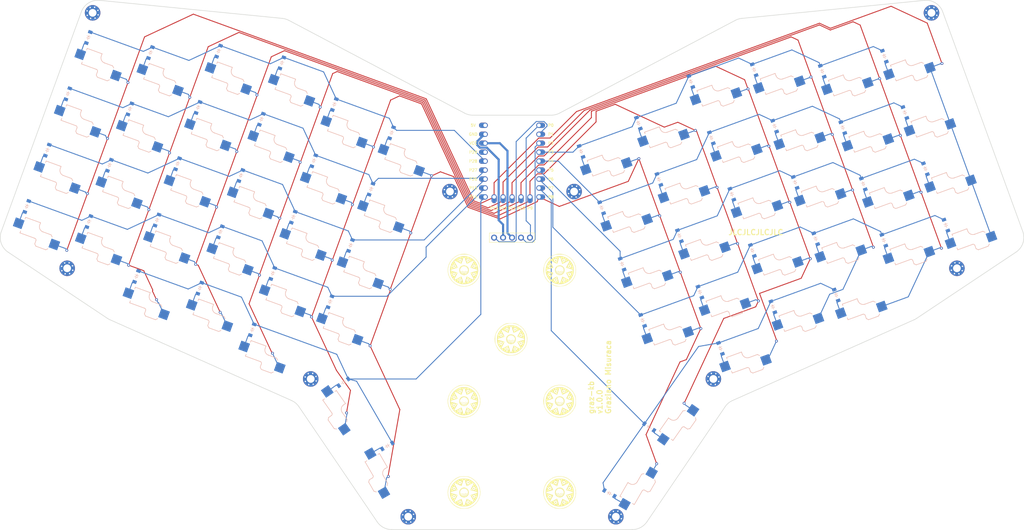
<source format=kicad_pcb>
(kicad_pcb (version 20240108) (generator "pcbnew") (generator_version "8.0")
  (title_block (title "keyboard") (rev "0.1.0") (company "Unknown"))
  (layers (0 "F.Cu" signal) (31 "B.Cu" signal) (34 "B.Paste" user) (35 "F.Paste" user) (36 "B.SilkS" user "B.Silkscreen") (37 "F.SilkS" user "F.Silkscreen") (38 "B.Mask" user) (39 "F.Mask" user) (44 "Edge.Cuts" user))
  (net 0 "")
  (net 1 "col_outer")
  (net 2 "outer_bottom")
  (net 3 "outer_home")
  (net 4 "outer_top")
  (net 5 "outer_num")
  (net 6 "col_pinky")
  (net 7 "pinky_bottom")
  (net 8 "pinky_home")
  (net 9 "pinky_top")
  (net 10 "pinky_num")
  (net 11 "ring_mod")
  (net 12 "col_ring")
  (net 13 "ring_bottom")
  (net 14 "ring_home")
  (net 15 "ring_top")
  (net 16 "ring_num")
  (net 17 "middle_mod")
  (net 18 "col_middle")
  (net 19 "middle_bottom")
  (net 20 "middle_home")
  (net 21 "middle_top")
  (net 22 "middle_num")
  (net 23 "index_mod")
  (net 24 "col_index")
  (net 25 "index_bottom")
  (net 26 "index_home")
  (net 27 "index_top")
  (net 28 "index_num")
  (net 29 "col_inner")
  (net 30 "inner_bottom")
  (net 31 "inner_home")
  (net 32 "inner_top")
  (net 33 "inner_num")
  (net 34 "home_thumb")
  (net 35 "far_thumb")
  (net 36 "mirror_outer_bottom")
  (net 37 "mirror_outer_home")
  (net 38 "mirror_outer_top")
  (net 39 "mirror_outer_num")
  (net 40 "mirror_pinky_bottom")
  (net 41 "mirror_pinky_home")
  (net 42 "mirror_pinky_top")
  (net 43 "mirror_pinky_num")
  (net 44 "mirror_ring_mod")
  (net 45 "mirror_ring_bottom")
  (net 46 "mirror_ring_home")
  (net 47 "mirror_ring_top")
  (net 48 "mirror_ring_num")
  (net 49 "mirror_middle_mod")
  (net 50 "mirror_middle_bottom")
  (net 51 "mirror_middle_home")
  (net 52 "mirror_middle_top")
  (net 53 "mirror_middle_num")
  (net 54 "mirror_index_mod")
  (net 55 "mirror_index_bottom")
  (net 56 "mirror_index_home")
  (net 57 "mirror_index_top")
  (net 58 "mirror_index_num")
  (net 59 "mirror_inner_bottom")
  (net 60 "mirror_inner_home")
  (net 61 "mirror_inner_top")
  (net 62 "mirror_inner_num")
  (net 63 "mirror_home_thumb")
  (net 64 "mirror_far_thumb")
  (net 65 "row_bottom")
  (net 66 "row_home")
  (net 67 "row_top")
  (net 68 "row_num")
  (net 69 "row_mod")
  (net 70 "mirror_row_bottom")
  (net 71 "mirror_row_home")
  (net 72 "mirror_row_top")
  (net 73 "mirror_row_num")
  (net 74 "mirror_row_mod")
  (net 75 "GND")
  (net 76 "VCC5V")
  (net 77 "VCC")
  (net 78 "OLED_MOSI")
  (net 79 "OLED_SS")
  (net 80 "OLED_SCK")
  (net 81 "LED_1")
  (footprint "MountingHole_2.2mm_M2_Pad_Via" (layer "F.Cu") (at 68.149518 127.678231 -20)
    (property "Reference" "_2" (hide yes))
    (property "Value" "")
  )
  (footprint "MountingHole_2.2mm_M2_Pad_Via" (layer "F.Cu") (at 75.36456 55.226549 -20)
    (property "Reference" "_1" (hide yes))
    (property "Value" "")
  )
  (footprint "Waveshare RP2040 Zero" (layer "F.Cu") (at 194.226354 97.289934)
    (property "Reference" "MCU1" (hide yes))
    (property "Value" "")
  )
  (footprint "MountingHole_2.2mm_M2_Pad_Via" (layer "F.Cu") (at 211.818985 105.919814 20)
    (property "Reference" "_7" (hide yes))
    (property "Value" "")
  )
  (footprint "MountingHole_2.2mm_M2_Pad_Via" (layer "F.Cu") (at 137.172348 159.079136 -20)
    (property "Reference" "_4" (hide yes))
    (property "Value" "")
  )
  (footprint "MountingHole_2.2mm_M2_Pad_Via" (layer "F.Cu") (at 164.805728 198.158821 -20)
    (property "Reference" "_3" (hide yes))
    (property "Value" "")
  )
  (footprint "MountingHole_2.2mm_M2_Pad_Via" (layer "F.Cu") (at 313.08815 55.226558 20)
    (property "Reference" "_5" (hide yes))
    (property "Value" "")
  )
  (footprint "MountingHole_2.2mm_M2_Pad_Via" (layer "F.Cu") (at 176.633728 105.919821 -20)
    (property "Reference" "_3" (hide yes))
    (property "Value" "")
  )
  (footprint "MountingHole_2.2mm_M2_Pad_Via" (layer "F.Cu") (at 251.280347 159.079127 20)
    (property "Reference" "_8" (hide yes))
    (property "Value" "")
  )
  (footprint "ceoloide:nice_view" (layer "F.Cu") (at 194.226351 102.289935)
    (property "Reference" "DISP1" (hide yes))
    (property "Value" "")
  )
  (footprint "MountingHole_2.2mm_M2_Pad_Via" (layer "F.Cu") (at 223.646988 198.158814 -20)
    (property "Reference" "_3" (hide yes))
    (property "Value" "")
  )
  (footprint "MountingHole_2.2mm_M2_Pad_Via" (layer "F.Cu") (at 320.3032 127.678237 20)
    (property "Reference" "_6" (hide yes))
    (property "Value" "")
  )
  (footprint "silkscreen:settebello" (layer "F.Cu") (at 194.2264 159.766)
    (property "Reference" "G***" (hide yes))
    (property "Value" "LOGO" (hide yes))
  )
  (footprint "ceoloide:diode_tht_sod123" (layer "B.Cu") (at 138.040682 97.194 -110)
    (property "Reference" "D22" (hide yes))
    (property "Value" "")
  )
  (footprint "ceoloide:switch_choc_v1_v2" (layer "B.Cu") (at 258.504788 89.459671 -160)
    (property "Reference" "S46" (hide yes))
    (property "Value" "")
  )
  (footprint "ceoloide:diode_tht_sod123" (layer "B.Cu") (at 293.772616 103.759767 -70)
    (property "Reference" "D35" (hide yes))
    (property "Value" "")
  )
  (footprint "ceoloide:switch_choc_v1_v2" (layer "B.Cu") (at 270.133467 121.409223 -160)
    (property "Reference" "S44" (hide yes))
    (property "Value" "")
  )
  (footprint "ceoloide:diode_tht_sod123" (layer "B.Cu") (at 280.278353 119.31305 -70)
    (property "Reference" "D39" (hide yes))
    (property "Value" "")
  )
  (footprint "ceoloide:switch_choc_v1_v2" (layer "B.Cu") (at 149.412013 141.239482 160)
    (property "Reference" "S24" (hide yes))
    (property "Value" "")
  )
  (footprint "ceoloide:switch_choc_v1_v2" (layer "B.Cu") (at 112.007396 86.122382 160)
    (property "Reference" "S12" (hide yes))
    (property "Value" "")
  )
  (footprint "ceoloide:switch_choc_v1_v2" (layer "B.Cu") (at 129.94793 89.459674 160)
    (property "Reference" "S17" (hide yes))
    (property "Value" "")
  )
  (footprint "ceoloide:switch_choc_v1_v2" (layer "B.Cu") (at 161.449794 185.547128 120)
    (property "Reference" "S29" (hide yes))
    (property "Value" "")
  )
  (footprint "ceoloide:switch_choc_v1_v2" (layer "B.Cu") (at 227.00291 185.547127 -120)
    (property "Reference" "S58" (hide yes))
    (property "Value" "")
  )
  (footprint "ceoloide:diode_tht_sod123" (layer "B.Cu") (at 213.802026 94.556276 -70)
    (property "Reference" "D56" (hide yes))
    (property "Value" "")
  )
  (footprint "ceoloide:switch_choc_v1_v2" (layer "B.Cu") (at 161.040699 109.289933 160)
    (property "Reference" "S26" (hide yes))
    (property "Value" "")
  )
  (footprint "ceoloide:diode_tht_sod123" (layer "B.Cu") (at 230.032449 86.520527 -70)
    (property "Reference" "D52" (hide yes))
    (property "Value" "")
  )
  (footprint "ceoloide:switch_choc_v1_v2" (layer "B.Cu") (at 150.624612 85.279411 160)
    (property "Reference" "S23" (hide yes))
    (property "Value" "")
  )
  (footprint "ceoloide:diode_tht_sod123" (layer "B.Cu") (at 105.237802 82.062193 -110)
    (property "Reference" "D12" (hide yes))
    (property "Value" "")
  )
  (footprint "ceoloide:switch_choc_v1_v2" (layer "B.Cu") (at 249.456779 117.228967 -160)
    (property "Reference" "S50" (hide yes))
    (property "Value" "")
  )
  (footprint "ceoloide:switch_choc_v1_v2" (layer "B.Cu") (at 307.538085 66.292115 -160)
    (property "Reference" "S33" (hide yes))
    (property "Value" "")
  )
  (footprint "ceoloide:switch_choc_v1_v2" (layer "B.Cu") (at 227.412012 109.289931 -160)
    (property "Reference" "S55" (hide yes))
    (property "Value" "")
  )
  (footprint "ceoloide:diode_tht_sod123" (layer "B.Cu") (at 247.475482 134.444844 -70)
    (property "Reference" "D49" (hide yes))
    (property "Value" "")
  )
  (footprint "ceoloide:diode_tht_sod123" (layer "B.Cu") (at 317.185466 115.457558 -70)
    (property "Reference" "D30" (hide yes))
    (property "Value" "")
  )
  (footprint "ceoloide:diode_tht_sod123" (layer "B.Cu") (at 146.465319 160.028657 -145)
    (property "Reference" "D28" (hide yes))
    (property "Value" "")
  )
  (footprint "ceoloide:switch_choc_v1_v2" (layer "B.Cu") (at 80.914619 66.292112 160)
    (property "Reference" "S4" (hide yes))
    (property "Value" "")
  )
  (footprint "ceoloide:switch_choc_v1_v2" (layer "B.Cu") (at 106.193048 102.097154 160)
    (property "Reference" "S11" (hide yes))
    (property "Value" "")
  )
  (footprint "ceoloide:switch_choc_v1_v2" (layer "B.Cu") (at 313.35243 82.266905 -160)
    (property "Reference" "S32" (hide yes))
    (property "Value" "")
  )
  (footprint "ceoloide:diode_tht_sod123" (layer "B.Cu") (at 111.549657 117.349017 -110)
    (property "Reference" "D15" (hide yes))
    (property "Value" "")
  )
  (footprint "ceoloide:diode_tht_sod123" (layer "B.Cu") (at 111.052151 66.087416 -110)
    (property "Reference" "D13" (hide yes))
    (property "Value" "")
  )
  (footprint "ceoloide:diode_tht_sod123" (layer "B.Cu") (at 311.371125 99.482788 -70)
    (property "Reference" "D31" (hide yes))
    (property "Value" "")
  )
  (footprint "ceoloide:diode_tht_sod123" (layer "B.Cu") (at 241.661134 118.470077 -70)
    (property "Reference" "D50" (hide yes))
    (property "Value" "")
  )
  (footprint "ceoloide:switch_choc_v1_v2" (layer "B.Cu") (at 63.471602 114.216444 160)
    (property "Reference" "S1" (hide yes))
    (property "Value" "")
  )
  (footprint "ceoloide:diode_tht_sod123" (layer "B.Cu") (at 80.114864 98.458449 -110)
    (property "Reference" "D6" (hide yes))
    (property "Value" "")
  )
  (footprint "ceoloide:switch_choc_v1_v2" (layer "B.Cu") (at 92.698795 86.543866 160)
    (property "Reference" "S7" (hide yes))
    (property "Value" "")
  )
  (footprint "ceoloide:switch_choc_v1_v2" (layer "B.Cu") (at 127.367243 149.178509 160)
    (property "Reference" "S19" (hide yes))
    (property "Value" "")
  )
  (footprint "ceoloide:switch_choc_v1_v2" (layer "B.Cu") (at 100.378707 118.071935 160)
    (property "Reference" "S10" (hide yes))
    (property "Value" "")
  )
  (footprint "ceoloide:switch_choc_v1_v2" (layer "B.Cu") (at 166.855042 93.315157 160)
    (property "Reference" "S27" (hide yes))
    (property "Value" "")
  )
  (footprint "ceoloide:switch_choc_v1_v2" (layer "B.Cu") (at 233.226347 125.264704 -160)
    (property "Reference" "S54" (hide yes))
    (property "Value" "")
  )
  (footprint "ceoloide:switch_choc_v1_v2" (layer "B.Cu") (at 238.770898 167.237452 -125)
    (property "Reference" "S57" (hide yes))
    (property "Value" "")
  )
  (footprint "ceoloide:diode_tht_sod123" (layer "B.Cu") (at 274.463996 103.338267 -70)
    (property "Reference" "D40" (hide yes))
    (property "Value" "")
  )
  (footprint "ceoloide:diode_tht_sod123" (layer "B.Cu") (at 256.523478 106.675569 -70)
    (property "Reference" "D45" (hide yes))
    (property "Value" "")
  )
  (footprint "ceoloide:switch_choc_v1_v2" (layer "B.Cu") (at 75.100273 82.266893 160)
    (property "Reference" "S3" (hide yes))
    (property "Value" "")
  )
  (footprint "ceoloide:switch_choc_v1_v2" (layer "B.Cu") (at 275.94781 137.383984 -160)
    (property "Reference" "S43" (hide yes))
    (property "Value" "")
  )
  (footprint "ceoloide:switch_choc_v1_v2" (layer "B.Cu") (at 98.513128 70.569095 160)
    (property "Reference" "S8" (hide yes))
    (property "Value" "")
  )
  (footprint "ceoloide:diode_tht_sod123" (layer "B.Cu") (at 62.516346 94.181473 -110)
    (property "Reference" "D2" (hide yes))
    (property "Value" "")
  )
  (footprint "ceoloide:switch_choc_v1_v2" (layer "B.Cu") (at 149.68181 167.237454 125)
    (property "Reference" "S28" (hide yes))
    (property "Value" "")
  )
  (footprint "ceoloide:diode_tht_sod123" (layer "B.Cu") (at 305.55678 83.508012 -70)
    (property "Reference" "D32" (hide yes))
    (property "Value" "")
  )
  (footprint "ceoloide:diode_tht_sod123" (layer "B.Cu") (at 158.873837 178.085432 -150)
    (property "Reference" "D29" (hide yes))
    (property "Value" "")
  )
  (footprint "ceoloide:diode_tht_sod123" (layer "B.Cu") (at 74.145036 62.231929 -110)
    (property "Reference" "D4" (hide yes))
    (property "Value" "")
  )
  (footprint "ceoloide:switch_choc_v1_v2" (layer "B.Cu") (at 239.040693 141.239478 -160)
    (property "Reference" "S53" (hide yes))
    (property "Value" "")
  )
  (footprint "ceoloide:diode_tht_sod123" (layer "B.Cu") (at 235.846786 102.495304 -70)
    (property "Reference" "D51" (hide yes))
    (property "Value" "")
  )
  (footprint "ceoloide:switch_choc_v1_v2" (layer "B.Cu") (at 237.828097 85.279413 -160)
    (property "Reference" "S52" (hide yes))
    (property "Value" "")
  )
  (footprint "ceoloide:diode_tht_sod123" (layer "B.Cu") (at 262.337827 122.650335 -70)
    (property "Reference" "D44" (hide yes))
    (property "Value" "")
  )
  (footprint "ceoloide:diode_tht_sod123" (layer "B.Cu") (at 120.597656 145.118311 -110)
    (property "Reference" "D19" (hide yes))
    (property "Value" "")
  )
  (footprint "ceoloide:diode_tht_sod123" (layer "B.Cu") (at 253.289812 150.419626 -70)
    (property "Reference" "D48" (hide yes))
    (property "Value" "")
  )
  (footprint "ceoloide:diode_tht_sod123" (layer "B.Cu") (at 250.709148 90.700783 -70)
    (property "Reference" "D46" (hide yes))
    (property "Value" "")
  )
  (footprint "ceoloide:diode_tht_sod123" (layer "B.Cu") (at 160.085453 89.254966 -110)
    (property "Reference" "D27" (hide yes))
    (property "Value" "")
  )
  (footprint "ceoloide:switch_choc_v1_v2" (layer "B.Cu") (at 282.259653 102.097154 -160)
    (property "Reference" "S40" (hide yes))
    (property "Value" "")
  )
  (footprint "ceoloide:switch_choc_v1_v2" (layer "B.Cu") (at 86.884455 102.518643 160)
    (property "Reference" "S6" (hide yes))
    (property "Value" "")
  )
  (footprint "ceoloide:diode_tht_sod123" (layer "B.Cu") (at 225.430696 126.505819 -70)
    (property "Reference" "D54" (hide yes))
    (property "Value" "")
  )
  (footprint "ceoloide:switch_choc_v1_v2" (layer "B.Cu") (at 289.939583 70.569103 -160)
    (property "Reference" "S37" (hide yes))
    (property "Value" "")
  )
  (footprint "ceoloide:diode_tht_sod123" (layer "B.Cu") (at 105.735308 133.323801 -110)
    (property "Reference" "D14" (hide yes))
    (property "Value" "")
  )
  (footprint "ceoloide:switch_choc_v1_v2" (layer "B.Cu") (at 255.27112 133.203743 -160)
    (property "Reference" "S49" (hide yes))
    (property "Value" "")
  )
  (footprint "ceoloide:switch_choc_v1_v2" (layer "B.Cu") (at 319.166775 98.241668 -160)
    (property "Reference" "S31" (hide yes))
    (property "Value" "")
  )
  (footprint "ceoloide:switch_choc_v1_v2" (layer "B.Cu") (at 133.181587 133.203747 160)
    (property "Reference" "S20" (hide yes))
    (property "Value" "")
  )
  (footprint "ceoloide:switch_choc_v1_v2" (layer "B.Cu") (at 94.564364 134.046706 160)
    (property "Reference" "S9" (hide yes))
    (property "Value" "")
  )
  (footprint "ceoloide:diode_tht_sod123" (layer "B.Cu") (at 299.742427 67.533232 -70)
    (property "Reference" "D33" (hide yes))
    (property "Value" "")
  )
  (footprint "ceoloide:switch_choc_v1_v2" (layer "B.Cu") (at 301.568261 102.518645 -160)
    (property "Reference" "S35" (hide yes))
    (property "Value" "")
  )
  (footprint "ceoloide:switch_choc_v1_v2" (layer "B.Cu") (at 270.630974 70.147619 -160)
    (property "Reference" "S42" (hide yes))
    (property "Value" "")
  )
  (footprint "ceoloide:switch_choc_v1_v2" (layer "B.Cu") (at 144.810272 101.254193 160)
    (property "Reference" "S22" (hide yes))
    (property "Value" "")
  )
  (footprint "ceoloide:switch_choc_v1_v2" (layer "B.Cu") (at 288.073999 118.071929 -160)
    (property "Reference" "S39" (hide yes))
    (property "Value" "")
  )
  (footprint "ceoloide:switch_choc_v1_v2" (layer "B.Cu") (at 221.597668 93.315166 -160)
    (property "Reference" "S56" (hide yes))
    (property "Value" "")
  )
  (footprint "ceoloide:diode_tht_sod123" (layer "B.Cu") (at 286.092691 135.287828 -70)
    (property "Reference" "D38" (hide yes))
    (property "Value" "")
  )
  (footprint "ceoloide:diode_tht_sod123" (layer "B.Cu") (at 219.616361 110.531057 -70)
    (property "Reference" "D55" (hide yes))
    (property "Value" "")
  )
  (footprint "ceoloide:switch_choc_v1_v2" (layer "B.Cu") (at 243.642448 101.25418 -160)
    (property "Reference" "S51" (hide yes))
    (property "Value" "")
  )
  (footprint "ceoloide:diode_tht_sod123" (layer "B.Cu") (at 143.855024 81.219208 -110)
    (property "Reference" "D23" (hide yes))
    (property "Value" "")
  )
  (footprint "ceoloide:diode_tht_sod123" (layer "B.Cu") (at 268.152167 138.625107 -70)
    (property "Reference" "D43" (hide yes))
    (property "Value" "")
  )
  (footprint "ceoloide:diode_tht_sod123" (layer "B.Cu") (at 231.245047 142.480599 -70)
    (property "Reference" "D53" (hide yes))
    (property "Value" "")
  )
  (footprint "ceoloide:switch_choc_v1_v2" (layer "B.Cu") (at 276.445311 86.122382 -160)
    (property "Reference" "S41" (hide yes))
    (property "Value" "")
  )
  (footprint "ceoloide:diode_tht_sod123" (layer "B.Cu") (at 221.828869 191.508832 -30)
    (property "Reference" "D58" (hide yes))
    (property "Value" "")
  )
  (footprint "ceoloide:diode_tht_sod123" (layer "B.Cu") (at 148.456764 121.204513 -110)
    (property "Reference" "D25" (hide yes))
    (property "Value" "")
  )
  (footprint "ceoloide:diode_tht_sod123" (layer "B.Cu") (at 132.226337 113.168766 -110)
    (property "Reference" "D21" (hide yes))
    (property "Value" "")
  )
  (footprint "ceoloide:switch_choc_v1_v2" (layer "B.Cu") (at 295.753921 86.543864 -160)
    (property "Reference" "S36" (hide yes))
    (property "Value" "")
  )
  (footprint "ceoloide:diode_tht_sod123" (layer "B.Cu") (at 142.642416 137.179293 -110)
    (property "Reference" "D24" (hide yes))
    (property "Value" "")
  )
  (footprint "ceoloide:diode_tht_sod123" (layer "B.Cu") (at 93.609125 114.011728 -110)
    (property "Reference" "D10" (hide yes))
    (property "Value" "")
  )
  (footprint "ceoloide:diode_tht_sod123" (layer "B.Cu") (at 56.702009 110.156253 -110)
    (property "Reference" "D1" (hide yes))
    (property "Value" "")
  )
  (footprint "ceoloide:switch_choc_v1_v2" (layer "B.Cu") (at 69.285934 98.241663 160)
    (property "Reference" "S2" (hide yes))
    (property "Value" "")
  )
  (footprint "ceoloide:diode_tht_sod123" (layer "B.Cu") (at 233.096958 172.725509 -35)
    (property "Reference" "D57" (hide yes))
    (property "Value" "")
  )
  (footprint "ceoloide:switch_choc_v1_v2" (layer "B.Cu") (at 293.888344 134.046703 -160)
    (property "Reference" "S38" (hide yes))
    (property "Value" "")
  )
  (footprint "ceoloide:diode_tht_sod123" (layer "B.Cu") (at 68.330695 78.206687 -110)
    (property "Reference" "D3" (hide yes))
    (property "Value" "")
  )
  (footprint "ceoloide:switch_choc_v1_v2" (layer "B.Cu") (at 124.133584 105.434447 160)
    (property "Reference" "S16" (hide yes))
    (property "Value" "")
  )
  (footprint "ceoloide:diode_tht_sod123" (layer "B.Cu") (at 282.143936 71.810212 -70)
    (property "Reference" "D37" (hide yes))
    (property "Value" "")
  )
  (footprint "ceoloide:diode_tht_sod123" (layer "B.Cu") (at 268.649657 87.363501 -70)
    (property "Reference" "D41" (hide yes))
    (property "Value" "")
  )
  (footprint "ceoloide:diode_tht_sod123" (layer "B.Cu") (at 244.894794 74.72602 -70)
    (property "Reference" "D47" (hide yes))
    (property "Value" "")
  )
  (footprint "ceoloide:diode_tht_sod123" (layer "B.Cu") (at 287.958273 87.784987 -70)
    (property "Reference" "D36" (hide yes))
    (property "Value" "")
  )
  (footprint "ceoloide:diode_tht_sod123" (layer "B.Cu") (at 91.743546 66.508899 -110)
    (property "Reference" "D8" (hide yes))
    (property "Value" "")
  )
  (footprint "ceoloide:switch_choc_v1_v2" (layer "B.Cu") (at 155.22635 125.264707 160)
    (property "Reference" "S25" (hide yes))
    (property "Value" "")
  )
  (footprint "ceoloide:switch_choc_v1_v2" (layer "B.Cu") (at 81.070099 118.493418 160)
    (property "Reference" "S5" (hide yes))
    (property "Value" "")
  )
  (footprint "ceoloide:switch_choc_v1_v2" (layer "B.Cu") (at 261.085472 149.178511 -160)
    (property "Reference" "S48" (hide yes))
    (property "Value" "")
  )
  (footprint "ceoloide:diode_tht_sod123" (layer "B.Cu") (at 87.794772 129.986512 -110)
    (property "Reference" "D9" (hide yes))
    (property "Value" "")
  )
  (footprint "ceoloide:diode_tht_sod123" (layer "B.Cu") (at 99.423458 98.036973 -110)
    (property "Reference" "D11" (hide yes))
    (property "Value" "")
  )
  (footprint "ceoloide:switch_choc_v1_v2" (layer "B.Cu") (at 264.319119 105.434434 -160)
    (property "Reference" "S45" (hide yes))
    (property "Value" "")
  )
  (footprint "ceoloide:diode_tht_sod123" (layer "B.Cu") (at 74.300511 114.433223 -110)
    (property "Reference" "D5" (hide yes))
    (property "Value" "")
  )
  (footprint "ceoloide:diode_tht_sod123" (layer "B.Cu") (at 126.412002 129.143546 -110)
    (property "Reference" "D20" (hide yes))
    (property "Value" "")
  )
  (footprint "ceoloide:switch_choc_v1_v2" (layer "B.Cu") (at 117.821741 70.147614 160)
    (property "Reference" "S13" (hide yes))
    (property "Value" "")
  )
  (footprint "ceoloide:diode_tht_sod123" (layer "B.Cu") (at 85.929204 82.483677 -110)
    (property "Reference" "D7" (hide yes))
    (property "Value" "")
  )
  (footprint "ceoloide:diode_tht_sod123" (layer "B.Cu") (at 299.586953 119.734538 -70)
    (property "Reference" "D34" (hide yes))
    (property "Value" "")
  )
  (footprint "ceoloide:switch_choc_v1_v2" (layer "B.Cu") (at 135.762267 73.484892 160)
    (property "Reference" "S18" (hide yes))
    (property "Value" "")
  )
  (footprint "ceoloide:diode_tht_sod123" (layer "B.Cu") (at 154.271105 105.229734 -110)
    (property "Reference" "D26" (hide yes))
    (property "Value" "")
  )
  (footprint "ceoloide:switch_choc_v1_v2" (layer "B.Cu") (at 112.504898 137.383994 160)
    (property "Reference" "S14" (hide yes))
    (property "Value" "")
  )
  (footprint "ceoloide:switch_choc_v1_v2" (layer "B.Cu") (at 307.382607 118.493417 -160)
    (property "Reference" "S34" (hide yes))
    (property "Value" "")
  )
  (footprint "ceoloide:diode_tht_sod123" (layer "B.Cu") (at 117.363979 101.374254 -110)
    (property "Reference" "D16" (hide yes))
    (property "Value" "")
  )
  (footprint "ceoloide:switch_choc_v1_v2" (layer "B.Cu") (at 118.319239 121.409206 160)
    (property "Reference" "S15" (hide yes))
    (property "Value" "")
  )
  (footprint "ceoloide:diode_tht_sod123" (layer "B.Cu") (at 128.99267 69.424706 -110)
    (property "Reference" "D18" (hide yes))
    (property "Value" "")
  )
  (footprint "ceoloide:switch_choc_v1_v2" (layer "B.Cu") (at 252.690447 73.484899 -160)
    (property "Reference" "S47" (hide yes))
    (property "Value" "")
  )
  (footprint "ceoloide:diode_tht_sod123" (layer "B.Cu") (at 123.178343 85.399471 -110)
    (property "Reference" "D17" (hide yes))
    (property "Value" "")
  )
  (footprint "ceoloide:switch_choc_v1_v2" (layer "B.Cu") (at 324.981108 114.216439 -160)
    (property "Reference" "S30" (hide yes))
    (property "Value" "")
  )
  (footprint "ceoloide:switch_choc_v1_v2" (layer "B.Cu") (at 138.995927 117.228962 160)
    (property "Reference" "S21" (hide yes))
    (property "Value" "")
  )
  (footprint "ceoloide:diode_tht_sod123" (layer "B.Cu") (at 262.835322 71.388725 -70)
    (property "Reference" "D42" (hide yes))
    (property "Value" "")
  )
  (gr_arc (start 254.61653 166.947282) (mid 255.545312 165.920433) (end 256.720106 165.187697) (stroke (width 0.15)) (layer "Edge.Cuts"))
  (gr_arc (start 311.095248 51.682105) (mid 314.249828 52.425828) (end 316.285628 54.947752) (stroke (width 0.15)) (layer "Edge.Cuts"))
  (gr_line (start 207.688671 83.671312) (end 257.490877 57.354336) (stroke (width 0.15)) (layer "Edge.Cuts"))
  (gr_line (start 337.035036 123.110776) (end 308.887869 141.888815) (stroke (width 0.15)) (layer "Edge.Cuts"))
  (gr_arc (start 129.117694 56.799318) (mid 130.066729 56.987201) (end 130.961819 57.354328) (stroke (width 0.15)) (layer "Edge.Cuts"))
  (gr_line (start 131.732597 165.187703) (end 80.306472 142.297393) (stroke (width 0.15)) (layer "Edge.Cuts"))
  (gr_line (start 49.494076 117.241333) (end 72.167082 54.947758) (stroke (width 0.15)) (layer "Edge.Cuts"))
  (gr_arc (start 257.490892 57.354337) (mid 258.385982 56.987214) (end 259.335015 56.799322) (stroke (width 0.15)) (layer "Edge.Cuts"))
  (gr_arc (start 232.443348 199.609387) (mid 230.64729 201.219286) (end 228.30653 201.801043) (stroke (width 0.15)) (layer "Edge.Cuts"))
  (gr_arc (start 80.306458 142.297397) (mid 79.926987 142.10883) (end 79.564841 141.888817) (stroke (width 0.15)) (layer "Edge.Cuts"))
  (gr_line (start 228.30653 201.801043) (end 160.146171 201.801038) (stroke (width 0.15)) (layer "Edge.Cuts"))
  (gr_arc (start 308.887873 141.888802) (mid 308.525725 142.108824) (end 308.146243 142.29738) (stroke (width 0.15)) (layer "Edge.Cuts"))
  (gr_arc (start 207.688689 83.671309) (mid 206.556033 84.103605) (end 205.352629 84.250583) (stroke (width 0.15)) (layer "Edge.Cuts"))
  (gr_arc (start 131.732593 165.187691) (mid 132.907374 165.92045) (end 133.836174 166.947281) (stroke (width 0.15)) (layer "Edge.Cuts"))
  (gr_line (start 156.009361 199.609384) (end 133.836174 166.947281) (stroke (width 0.15)) (layer "Edge.Cuts"))
  (gr_arc (start 338.958641 117.241332) (mid 339.011522 120.508596) (end 337.035036 123.110776) (stroke (width 0.15)) (layer "Edge.Cuts"))
  (gr_line (start 77.357466 51.68212) (end 129.117694 56.799318) (stroke (width 0.15)) (layer "Edge.Cuts"))
  (gr_arc (start 72.167084 54.947758) (mid 74.202866 52.425818) (end 77.357466 51.68212) (stroke (width 0.15)) (layer "Edge.Cuts"))
  (gr_arc (start 183.100078 84.250577) (mid 181.896673 84.103607) (end 180.764027 83.6713) (stroke (width 0.15)) (layer "Edge.Cuts"))
  (gr_arc (start 51.417679 123.110792) (mid 49.441228 120.5086) (end 49.494076 117.241333) (stroke (width 0.15)) (layer "Edge.Cuts"))
  (gr_line (start 130.961819 57.354328) (end 180.764027 83.6713) (stroke (width 0.15)) (layer "Edge.Cuts"))
  (gr_line (start 254.61653 166.947282) (end 232.44334 199.60938) (stroke (width 0.15)) (layer "Edge.Cuts"))
  (gr_line (start 308.146243 142.29738) (end 256.720106 165.187697) (stroke (width 0.15)) (layer "Edge.Cuts"))
  (gr_arc (start 160.146175 201.801034) (mid 157.805408 201.219291) (end 156.009361 199.609384) (stroke (width 0.15)) (layer "Edge.Cuts"))
  (gr_line (start 79.564841 141.888817) (end 51.417679 123.110792) (stroke (width 0.15)) (layer "Edge.Cuts"))
  (gr_line (start 183.100078 84.250577) (end 205.352629 84.250583) (stroke (width 0.15)) (layer "Edge.Cuts"))
  (gr_line (start 259.335015 56.799322) (end 311.095247 51.682111) (stroke (width 0.15)) (layer "Edge.Cuts"))
  (gr_line (start 316.285628 54.947752) (end 338.958635 117.24134) (stroke (width 0.15)) (layer "Edge.Cuts"))
  (gr_text "JLCJLCJLCJLC" (at 255.397 118.364 0) (layer "F.SilkS") (effects (font (size 1.5 1.5) (thickness 0.3) (bold yes)) (justify left bottom)))
  (gr_text "graz-kb\nv1.0.0\nGraziano Misuraca" (at 222.377 169.164 90) (layer "F.SilkS") (effects (font (size 1.5 1.5) (thickness 0.3) (bold yes)) (justify left bottom)))
  (segment (start 201.791075 90.74494) (end 204.982429 90.744936) (width 0.25) (layer "F.Cu") (net 1))
  (segment (start 311.889733 58.136632) (end 301.634745 53.354652) (width 0.25) (layer "F.Cu") (net 1))
  (segment (start 185.326989 109.286208) (end 189.122124 107.516498) (width 0.25) (layer "F.Cu") (net 1))
  (segment (start 169.906551 79.616822) (end 183.417535 108.591218) (width 0.25) (layer "F.Cu") (net 1))
  (segment (start 79.597979 90.853147) (end 73.907795 106.486809) (width 0.25) (layer "F.Cu") (net 1))
  (segment (start 204.982429 90.744936) (end 212.497141 83.230222) (width 0.25) (layer "F.Cu") (net 1))
  (segment (start 85.375041 74.980793) (end 79.597979 90.853147) (width 0.25) (layer "F.Cu") (net 1))
  (segment (start 212.497141 83.230222) (end 221.805736 79.842178) (width 0.25) (layer "F.Cu") (net 1))
  (segment (start 316.059645 69.59336) (end 311.889733 58.136632) (width 0.25) (layer "F.Cu") (net 1))
  (segment (start 85.375041 74.980793) (end 90.08357 62.044242) (width 0.25) (layer "F.Cu") (net 1))
  (segment (start 281.356876 58.167337) (end 221.805736 79.842178) (width 0.25) (layer "F.Cu") (net 1))
  (segment (start 301.634745 53.354652) (end 284.449646 59.609512) (width 0.25) (layer "F.Cu") (net 1))
  (segment (start 103.910999 55.596406) (end 169.906551 79.616822) (width 0.25) (layer "F.Cu") (net 1))
  (segment (start 189.14635 107.449931) (end 189.146348 103.389666) (width 0.25) (layer "F.Cu") (net 1))
  (segment (start 284.449646 59.609512) (end 281.356876 58.167337) (width 0.25) (layer "F.Cu") (net 1))
  (segment (start 189.146348 103.389666) (end 201.791075 90.74494) (width 0.25) (layer "F.Cu") (net 1))
  (segment (start 183.417535 108.591218) (end 185.326989 109.286208) (width 0.25) (layer "F.Cu") (net 1))
  (segment (start 90.08357 62.044242) (end 103.910999 55.596406) (width 0.25) (layer "F.Cu") (net 1))
  (segment (start 73.907795 106.486809) (end 68.043858 122.597836) (width 0.25) (layer "F.Cu") (net 1))
  (via (at 73.907795 106.486809) (size 0.8) (drill 0.4) (layers "F.Cu" "B.Cu") (net 1))
  (via (at 85.375041 74.980793) (size 0.8) (drill 0.4) (layers "F.Cu" "B.Cu") (net 1))
  (via (at 68.043858 122.597836) (size 0.8) (drill 0.4) (layers "F.Cu" "B.Cu") (net 1))
  (via (at 316.059645 69.59336) (size 0.8) (drill 0.4) (layers "F.Cu" "B.Cu") (net 1))
  (via (at 79.597979 90.853147) (size 0.8) (drill 0.4) (layers "F.Cu" "B.Cu") (net 1))
  (segment (start 79.359307 90.766271) (end 79.012572 90.02271) (width 0.25) (layer "B.Cu") (net 1))
  (segment (start 318.604728 87.122005) (end 324.279287 102.712721) (width 0.25) (layer "B.Cu") (net 1))
  (segment (start 79.597979 90.853147) (end 79.359307 90.766271) (width 0.25) (layer "B.Cu") (net 1))
  (segment (start 85.375041 74.980793) (end 84.963169 74.097526) (width 0.25) (layer "B.Cu") (net 1))
  (segment (start 73.300649 106.034765) (end 70.328407 104.952955) (width 0.25) (layer "B.Cu") (net 1))
  (segment (start 315.97415 69.5535) (end 316.059645 69.59336) (width 0.25) (layer "B.Cu") (net 1))
  (segment (start 79.012572 90.02271) (end 76.142755 88.978175) (width 0.25) (layer "B.Cu") (net 1))
  (segment (start 67.827416 122.133692) (end 64.514064 120.927727) (width 0.25) (layer "B.Cu") (net 1))
  (segment (start 84.963169 74.097526) (end 81.957089 73.003405) (width 0.25) (layer "B.Cu") (net 1))
  (segment (start 312.650587 70.763162) (end 318.464945 86.737943) (width 0.25) (layer "B.Cu") (net 1))
  (segment (start 73.430428 106.313061) (end 73.300649 106.034765) (width 0.25) (layer "B.Cu") (net 1))
  (segment (start 312.650592 70.763173) (end 315.97415 69.5535) (width 0.25) (layer "B.Cu") (net 1))
  (segment (start 68.043858 122.597836) (end 67.827416 122.133692) (width 0.25) (layer "B.Cu") (net 1))
  (segment (start 324.279287 102.712721) (end 330.09363 118.687482) (width 0.25) (layer "B.Cu") (net 1))
  (segment (start 73.907795 106.486809) (end 73.430428 106.313061) (width 0.25) (layer "B.Cu") (net 1))
  (segment (start 55.464778 112.020514) (end 56.137681 111.706727) (width 0.25) (layer "B.Cu") (net 2))
  (segment (start 54.413067 114.910081) (end 55.464778 112.020514) (width 0.25) (layer "B.Cu") (net 2))
  (segment (start 61.279119 96.045753) (end 61.952012 95.731967) (width 0.25) (layer "B.Cu") (net 3))
  (segment (start 60.2274 98.935301) (end 61.279119 96.045753) (width 0.25) (layer "B.Cu") (net 3))
  (segment (start 66.041747 82.960534) (end 67.093452 80.070965) (width 0.25) (layer "B.Cu") (net 4))
  (segment (start 67.093452 80.070965) (end 67.766359 79.757192) (width 0.25) (layer "B.Cu") (net 4))
  (segment (start 71.856088 66.985746) (end 72.907812 64.096194) (width 0.25) (layer "B.Cu") (net 5))
  (segment (start 72.907812 64.096194) (end 73.580707 63.782416) (width 0.25) (layer "B.Cu") (net 5))
  (segment (start 164.501631 78.128473) (end 169.577482 79.975925) (width 0.25) (layer "F.Cu") (net 6))
  (segment (start 183.088468 108.950329) (end 187.432889 110.53157) (width 0.25) (layer "F.Cu") (net 6))
  (segment (start 187.432889 110.53157) (end 191.20493 108.772642) (width 0.25) (layer "F.Cu") (net 6))
  (segment (start 116.819753 60.773686) (end 164.501631 78.128473) (width 0.25) (layer "F.Cu") (net 6))
  (segment (start 169.577482 79.975925) (end 183.088468 108.950329) (width 0.25) (layer "F.Cu") (net 6))
  (segment (start 292.878492 58.684725) (end 298.415048 73.896296) (width 0.25) (layer "F.Cu") (net 6))
  (segment (start 93.454709 136.576902) (end 93.494642 136.591435) (width 0.25) (layer "F.Cu") (net 6))
  (segment (start 102.897106 79.19589) (end 108.126865 64.827242) (width 0.25) (layer "F.Cu") (net 6))
  (segment (start 108.280987 64.755378) (end 116.819753 60.773686) (width 0.25) (layer "F.Cu") (net 6))
  (segment (start 85.565916 126.81294) (end 89.862189 128.376653) (width 0.25) (layer "F.Cu") (net 6))
  (segment (start 304.277245 90.006513) (end 310.141168 106.117547) (width 0.25) (layer "F.Cu") (net 6))
  (segment (start 102.897106 79.19589) (end 97.163487 94.948901) (width 0.25) (layer "F.Cu") (net 6))
  (segment (start 284.428399 60.096127) (end 290.874124 57.750079) (width 0.25) (layer "F.Cu") (net 6))
  (segment (start 214.679842 82.914668) (end 281.335629 58.653946) (width 0.25) (layer "F.Cu") (net 6))
  (segment (start 290.874124 57.750079) (end 292.878492 58.684725) (width 0.25) (layer "F.Cu") (net 6))
  (segment (start 281.335629 58.653946) (end 284.428399 60.096127) (width 0.25) (layer "F.Cu") (net 6))
  (segment (start 191.686352 103.205074) (end 201.606496 93.284942) (width 0.25) (layer "F.Cu") (net 6))
  (segment (start 310.142918 106.118361) (end 310.141168 106.117547) (width 0.25) (layer "F.Cu") (net 6))
  (segment (start 201.606496 93.284942) (end 204.309576 93.284935) (width 0.25) (layer "F.Cu") (net 6))
  (segment (start 310.142918 106.118361) (end 315.919981 121.990709) (width 0.25) (layer "F.Cu") (net 6))
  (segment (start 85.522482 126.932284) (end 85.565916 126.81294) (width 0.25) (layer "F.Cu") (net 6))
  (segment (start 91.299548 111.059935) (end 91.256112 111.179263) (width 0.25) (layer "F.Cu") (net 6))
  (segment (start 298.41423 73.898049) (end 304.277245 90.006513) (width 0.25) (layer "F.Cu") (net 6))
  (segment (start 204.309576 93.284935) (end 214.679842 82.914668) (width 0.25) (layer "F.Cu") (net 6))
  (segment (start 91.256112 111.179263) (end 85.522482 126.932284) (width 0.25) (layer "F.Cu") (net 6))
  (segment (start 191.686352 107.449931) (end 191.686352 103.205074) (width 0.25) (layer "F.Cu") (net 6))
  (segment (start 108.126865 64.827242) (end 108.280987 64.755378) (width 0.25) (layer "F.Cu") (net 6))
  (segment (start 298.415048 73.896296) (end 298.41423 73.898049) (width 0.25) (layer "F.Cu") (net 6))
  (segment (start 92.42195 133.866065) (end 92.320534 134.144676) (width 0.25) (layer "F.Cu") (net 6))
  (segment (start 97.163487 94.948901) (end 91.299548 111.059935) (width 0.25) (layer "F.Cu") (net 6))
  (segment (start 89.862189 128.376653) (end 92.42195 133.866065) (width 0.25) (layer "F.Cu") (net 6))
  (segment (start 92.320534 134.144676) (end 93.454709 136.576902) (width 0.25) (layer "F.Cu") (net 6))
  (via (at 93.494642 136.591435) (size 0.8) (drill 0.4) (layers "F.Cu" "B.Cu") (net 6))
  (via (at 298.415048 73.896296) (size 0.8) (drill 0.4) (layers "F.Cu" "B.Cu") (net 6))
  (via (at 304.277245 90.006513) (size 0.8) (drill 0.4) (layers "F.Cu" "B.Cu") (net 6))
  (via (at 85.565916 126.81294) (size 0.8) (drill 0.4) (layers "F.Cu" "B.Cu") (net 6))
  (via (at 97.163487 94.948901) (size 0.8) (drill 0.4) (layers "F.Cu" "B.Cu") (net 6))
  (via (at 91.299548 111.059935) (size 0.8) (drill 0.4) (layers "F.Cu" "B.Cu") (net 6))
  (via (at 102.897106 79.19589) (size 0.8) (drill 0.4) (layers "F.Cu" "B.Cu") (net 6))
  (via (at 310.141168 106.117547) (size 0.8) (drill 0.4) (layers "F.Cu" "B.Cu") (net 6))
  (via (at 315.919981 121.990709) (size 0.8) (drill 0.4) (layers "F.Cu" "B.Cu") (net 6))
  (segment (start 96.911779 94.409127) (end 93.741258 93.255156) (width 0.25) (layer "B.Cu") (net 6))
  (segment (start 99.555597 77.280377) (end 102.504357 78.35364) (width 0.25) (layer "B.Cu") (net 6))
  (segment (start 85.368613 126.389794) (end 85.565916 126.81294) (width 0.25) (layer "B.Cu") (net 6))
  (segment (start 295.052087 75.040153) (end 298.318495 73.851276) (width 0.25) (layer "B.Cu") (net 6))
  (segment (start 306.680772 106.989704) (end 309.674667 105.900015) (width 0.25) (layer "B.Cu") (net 6))
  (segment (start 82.112573 125.204698) (end 85.368613 126.389794) (width 0.25) (layer "B.Cu") (net 6))
  (segment (start 97.163487 94.948901) (end 96.911779 94.409127) (width 0.25) (layer "B.Cu") (net 6))
  (segment (start 303.996573 89.875645) (end 304.277245 90.006513) (width 0.25) (layer "B.Cu") (net 6))
  (segment (start 94.078071 137.47954) (end 95.606843 140.757997) (width 0.25) (layer "B.Cu") (net 6))
  (segment (start 312.495121 122.964466) (end 315.591429 121.837502) (width 0.25) (layer "B.Cu") (net 6))
  (segment (start 306.518388 135.781597) (end 299.000849 138.517757) (width 0.25) (layer "B.Cu") (net 6))
  (segment (start 93.494642 136.591435) (end 93.87416 137.405326) (width 0.25) (layer "B.Cu") (net 6))
  (segment (start 90.961184 110.334313) (end 87.926912 109.229922) (width 0.25) (layer "B.Cu") (net 6))
  (segment (start 102.504357 78.35364) (end 102.897106 79.19589) (width 0.25) (layer "B.Cu") (net 6))
  (segment (start 300.866436 91.014924) (end 303.996573 89.875645) (width 0.25) (layer "B.Cu") (net 6))
  (segment (start 298.318495 73.851276) (end 298.415048 73.896296) (width 0.25) (layer "B.Cu") (net 6))
  (segment (start 91.299548 111.059935) (end 90.961184 110.334313) (width 0.25) (layer "B.Cu") (net 6))
  (segment (start 93.87416 137.405326) (end 94.078071 137.47954) (width 0.25) (layer "B.Cu") (net 6))
  (segment (start 309.674667 105.900015) (end 310.141168 106.117547) (width 0.25) (layer "B.Cu") (net 6))
  (segment (start 312.495121 122.964466) (end 306.518388 135.781597) (width 0.25) (layer "B.Cu") (net 6))
  (segment (start 315.591429 121.837502) (end 315.919981 121.990709) (width 0.25) (layer "B.Cu") (net 6))
  (segment (start 73.063285 116.297489) (end 73.736185 115.983716) (width 0.25) (layer "B.Cu") (net 7))
  (segment (start 72.011566 119.187051) (end 73.063285 116.297489) (width 0.25) (layer "B.Cu") (net 7))
  (segment (start 77.825914 103.212264) (end 78.877622 100.322721) (width 0.25) (layer "B.Cu") (net 8))
  (segment (start 78.877622 100.322721) (end 79.550523 100.008933) (width 0.25) (layer "B.Cu") (net 8))
  (segment (start 83.64026 87.237501) (end 84.691969 84.347943) (width 0.25) (layer "B.Cu") (net 9))
  (segment (start 84.691969 84.347943) (end 85.364866 84.034166) (width 0.25) (layer "B.Cu") (net 9))
  (segment (start 89.454597 71.262722) (end 90.506309 68.373161) (width 0.25) (layer "B.Cu") (net 10))
  (segment (start 90.506309 68.373161) (end 91.179212 68.059394) (width 0.25) (layer "B.Cu") (net 10))
  (segment (start 86.557551 131.850783) (end 87.230454 131.537) (width 0.25) (layer "B.Cu") (net 11))
  (segment (start 85.505833 134.740335) (end 86.557551 131.850783) (width 0.25) (layer "B.Cu") (net 11))
  (segment (start 116.201762 94.553386) (end 116.216796 94.585608) (width 0.25) (layer "F.Cu") (net 12))
  (segment (start 105.294192 126.830468) (end 111.516864 140.175006) (width 0.25) (layer "F.Cu") (net 12))
  (segment (start 121.917945 78.550483) (end 122.072066 78.478613) (width 0.25) (layer "F.Cu") (net 12))
  (segment (start 278.916846 73.424631) (end 279.121449 73.52005) (width 0.25) (layer "F.Cu") (net 12))
  (segment (start 290.720624 105.483921) (end 290.762455 105.50342) (width 0.25) (layer "F.Cu") (net 12))
  (segment (start 111.516864 140.175006) (end 111.516001 140.177365) (width 0.25) (layer "F.Cu") (net 12))
  (segment (start 121.917945 78.550483) (end 121.97883 78.681051) (width 0.25) (layer "F.Cu") (net 12))
  (segment (start 216.203066 82.839142) (end 273.321157 62.049856) (width 0.25) (layer "F.Cu") (net 12))
  (segment (start 285.006499 89.689076) (end 284.986991 89.730911) (width 0.25) (layer "F.Cu") (net 12))
  (segment (start 203.291629 95.824935) (end 216.31997 82.796594) (width 0.25) (layer "F.Cu") (net 12))
  (segment (start 110.48316 110.338614) (end 104.575794 126.568991) (width 0.25) (layer "F.Cu") (net 12))
  (segment (start 279.121449 73.52005) (end 285.006499 89.689076) (width 0.25) (layer "F.Cu") (net 12))
  (segment (start 121.97883 78.681051) (end 116.201762 94.553386) (width 0.25) (layer "F.Cu") (net 12))
  (segment (start 182.759404 109.309437) (end 188.282657 111.319741) (width 0.25) (layer "F.Cu") (net 12))
  (segment (start 194.226349 103.389654) (end 201.791073 95.824939) (width 0.25) (layer "F.Cu") (net 12))
  (segment (start 104.575794 126.568991) (end 105.294192 126.830468) (width 0.25) (layer "F.Cu") (net 12))
  (segment (start 290.740125 105.442083) (end 290.720624 105.483921) (width 0.25) (layer "F.Cu") (net 12))
  (segment (start 290.762455 105.50342) (end 296.647493 121.672456) (width 0.25) (layer "F.Cu") (net 12))
  (segment (start 201.791073 95.824939) (end 203.291629 95.824935) (width 0.25) (layer "F.Cu") (net 12))
  (segment (start 125.998729 67.690198) (end 129.728516 65.950978) (width 0.25) (layer "F.Cu") (net 12))
  (segment (start 194.226355 107.449935) (end 194.226349 103.389654) (width 0.25) (layer "F.Cu") (net 12))
  (segment (start 285.028823 89.750415) (end 290.740125 105.442083) (width 0.25) (layer "F.Cu") (net 12))
  (segment (start 275.278916 62.962769) (end 273.321157 62.049856) (width 0.25) (layer "F.Cu") (net 12))
  (segment (start 169.248423 80.335037) (end 182.759404 109.309437) (width 0.25) (layer "F.Cu") (net 12))
  (segment (start 122.072066 78.478613) (end 125.998729 67.690198) (width 0.25) (layer "F.Cu") (net 12))
  (segment (start 275.278916 62.962769) (end 279.012254 73.220027) (width 0.25) (layer "F.Cu") (net 12))
  (segment (start 116.216796 94.585608) (end 110.48316 110.338614) (width 0.25) (layer "F.Cu") (net 12))
  (segment (start 296.647493 121.672456) (end 296.627986 121.714285) (width 0.25) (layer "F.Cu") (net 12))
  (segment (start 129.728516 65.950978) (end 169.248423 80.335037) (width 0.25) (layer "F.Cu") (net 12))
  (segment (start 279.012254 73.220027) (end 278.916846 73.424631) (width 0.25) (layer "F.Cu") (net 12))
  (segment (start 284.986991 89.730911) (end 285.028823 89.750415) (width 0.25) (layer "F.Cu") (net 12))
  (segment (start 188.282657 111.319741) (end 193.744924 108.772646) (width 0.25) (layer "F.Cu") (net 12))
  (via (at 116.216796 94.585608) (size 0.8) (drill 0.4) (layers "F.Cu" "B.Cu") (net 12))
  (via (at 278.916846 73.424631) (size 0.8) (drill 0.4) (layers "F.Cu" "B.Cu") (net 12))
  (via (at 296.627986 121.714285) (size 0.8) (drill 0.4) (layers "F.Cu" "B.Cu") (net 12))
  (via (at 121.917945 78.550483) (size 0.8) (drill 0.4) (layers "F.Cu" "B.Cu") (net 12))
  (via (at 111.516001 140.177365) (size 0.8) (drill 0.4) (layers "F.Cu" "B.Cu") (net 12))
  (via (at 104.575794 126.568991) (size 0.8) (drill 0.4) (layers "F.Cu" "B.Cu") (net 12))
  (via (at 290.720624 105.483921) (size 0.8) (drill 0.4) (layers "F.Cu" "B.Cu") (net 12))
  (via (at 284.986991 89.730911) (size 0.8) (drill 0.4) (layers "F.Cu" "B.Cu") (net 12))
  (via (at 110.48316 110.338614) (size 0.8) (drill 0.4) (layers "F.Cu" "B.Cu") (net 12))
  (segment (start 288.001694 133.661852) (end 284.242913 135.029935) (width 0.25) (layer "B.Cu") (net 12))
  (segment (start 296.11743 121.476211) (end 293.186517 122.54298) (width 0.25) (layer "B.Cu") (net 12))
  (segment (start 296.627986 121.714285) (end 296.11743 121.476211) (width 0.25) (layer "B.Cu") (net 12))
  (segment (start 284.242913 135.029935) (end 281.060321 141.855034) (width 0.25) (layer "B.Cu") (net 12))
  (segment (start 115.880222 93.863832) (end 113.049867 92.833666) (width 0.25) (layer "B.Cu") (net 12))
  (segment (start 275.743484 74.618665) (end 278.894921 73.47165) (width 0.25) (layer "B.Cu") (net 12))
  (segment (start 118.864219 76.858897) (end 121.592133 77.851778) (width 0.25) (layer "B.Cu") (net 12))
  (segment (start 104.217706 125.801063) (end 101.421182 124.783218) (width 0.25) (layer "B.Cu") (net 12))
  (segment (start 116.216796 94.585608) (end 115.880222 93.863832) (width 0.25) (layer "B.Cu") (net 12))
  (segment (start 110.287646 109.919329) (end 107.235524 108.808449) (width 0.25) (layer "B.Cu") (net 12))
  (segment (start 293.186517 122.54298) (end 288.001694 133.661852) (width 0.25) (layer "B.Cu") (net 12))
  (segment (start 110.48316 110.338614) (end 110.287646 109.919329) (width 0.25) (layer "B.Cu") (net 12))
  (segment (start 290.720624 105.483921) (end 290.558688 105.408403) (width 0.25) (layer "B.Cu") (net 12))
  (segment (start 284.986991 89.730911) (end 284.522586 89.514356) (width 0.25) (layer "B.Cu") (net 12))
  (segment (start 278.894921 73.47165) (end 278.916846 73.424631) (width 0.25) (layer "B.Cu") (net 12))
  (segment (start 111.516001 140.177365) (end 111.762195 140.266965) (width 0.25) (layer "B.Cu") (net 12))
  (segment (start 290.558688 105.408403) (end 287.372172 106.568207) (width 0.25) (layer "B.Cu") (net 12))
  (segment (start 284.522586 89.514356) (end 281.557825 90.593438) (width 0.25) (layer "B.Cu") (net 12))
  (segment (start 104.575794 126.568991) (end 104.217706 125.801063) (width 0.25) (layer "B.Cu") (net 12))
  (segment (start 121.592133 77.851778) (end 121.917945 78.550483) (width 0.25) (layer "B.Cu") (net 12))
  (segment (start 111.762195 140.266965) (end 113.54736 144.09528) (width 0.25) (layer "B.Cu") (net 12))
  (segment (start 92.371894 115.876002) (end 93.044789 115.562231) (width 0.25) (layer "B.Cu") (net 13))
  (segment (start 91.320181 118.765563) (end 92.371894 115.876002) (width 0.25) (layer "B.Cu") (net 13))
  (segment (start 97.134518 102.790791) (end 98.186236 99.901245) (width 0.25) (layer "B.Cu") (net 14))
  (segment (start 98.186236 99.901245) (end 98.859135 99.58746) (width 0.25) (layer "B.Cu") (net 14))
  (segment (start 104.000575 83.926459) (end 104.673477 83.612682) (width 0.25) (layer "B.Cu") (net 15))
  (segment (start 102.948868 86.816019) (end 104.000575 83.926459) (width 0.25) (layer "B.Cu") (net 15))
  (segment (start 108.763206 70.841244) (end 109.814914 67.951688) (width 0.25) (layer "B.Cu") (net 16))
  (segment (start 109.814914 67.951688) (end 110.487816 67.637904) (width 0.25) (layer "B.Cu") (net 16))
  (segment (start 103.44637 138.077614) (end 104.498076 135.188074) (width 0.25) (layer "B.Cu") (net 17))
  (segment (start 104.498076 135.188074) (end 105.170972 134.874289) (width 0.25) (layer "B.Cu") (net 17))
  (segment (start 267.083507 93.074538) (end 272.860567 108.9469) (width 0.25) (layer "F.Cu") (net 18))
  (segment (start 119.697882 137.749302) (end 126.22565 151.748167) (width 0.25) (layer "F.Cu") (net 18))
  (segment (start 216.711445 83.132989) (end 216.711066 83.133365) (width 0.25) (layer "F.Cu") (net 18))
  (segment (start 251.924257 70.366586) (end 251.786851 70.366582) (width 0.25) (layer "F.Cu") (net 18))
  (segment (start 143.399263 72.457404) (end 144.66607 71.866673) (width 0.25) (layer "F.Cu") (net 18))
  (segment (start 139.903974 82.060628) (end 134.26021 97.566731) (width 0.25) (layer "F.Cu") (net 18))
  (segment (start 189.132422 112.107906) (end 196.284925 108.772643) (width 0.25) (layer "F.Cu") (net 18))
  (segment (start 269.227829 148.17551) (end 269.151917 148.338278) (width 0.25) (layer "F.Cu") (net 18))
  (segment (start 126.22565 151.748167) (end 126.344998 151.7916) (width 0.25) (layer "F.Cu") (net 18))
  (segment (start 128.436722 113.566631) (end 122.616216 129.558317) (width 0.25) (layer "F.Cu") (net 18))
  (segment (start 168.919357 80.694152) (end 182.430337 109.668548) (width 0.25) (layer "F.Cu") (net 18))
  (segment (start 272.860567 108.9469) (end 272.937931 108.982966) (width 0.25) (layer "F.Cu") (net 18))
  (segment (start 260.142363 74.198752) (end 251.924257 70.366586) (width 0.25) (layer "F.Cu") (net 18))
  (segment (start 272.937931 108.982966) (end 273.02481 109.221651) (width 0.25) (layer "F.Cu") (net 18))
  (segment (start 267.03793 92.949303) (end 266.998094 93.034707) (width 0.25) (layer "F.Cu") (net 18))
  (segment (start 203.291632 98.36493) (end 216.711064 84.945498) (width 0.25) (layer "F.Cu") (net 18))
  (segment (start 134.26021 97.566731) (end 134.173221 97.607303) (width 0.25) (layer "F.Cu") (net 18))
  (segment (start 261.090724 76.804343) (end 261.176135 76.844175) (width 0.25) (layer "F.Cu") (net 18))
  (segment (start 182.430337 109.668548) (end 189.132422 112.107906) (width 0.25) (layer "F.Cu") (net 18))
  (segment (start 128.396158 113.479649) (end 128.483155 113.439076) (width 0.25) (layer "F.Cu") (net 18))
  (segment (start 122.616216 129.558317) (end 122.651558 129.634114) (width 0.25) (layer "F.Cu") (net 18))
  (segment (start 251.786851 70.366582) (end 216.711445 83.132989) (width 0.25) (layer "F.Cu") (net 18))
  (segment (start 128.483155 113.439076) (end 134.213785 97.69429) (width 0.25) (layer "F.Cu") (net 18))
  (segment (start 201.791074 98.364931) (end 203.291632 98.36493) (width 0.25) (layer "F.Cu") (net 18))
  (segment (start 122.651558 129.634114) (end 119.697882 137.749302) (width 0.25) (layer "F.Cu") (net 18))
  (segment (start 128.396158 113.479649) (end 128.436722 113.566631) (width 0.25) (layer "F.Cu") (net 18))
  (segment (start 261.176135 76.844175) (end 267.03793 92.949303) (width 0.25) (layer "F.Cu") (net 18))
  (segment (start 139.863403 81.97363) (end 139.903974 82.060628) (width 0.25) (layer "F.Cu") (net 18))
  (segment (start 278.758433 124.974668) (end 276.177683 130.509107) (width 0.25) (layer "F.Cu") (net 18))
  (segment (start 144.66607 71.866673) (end 168.919357 80.694152) (width 0.25) (layer "F.Cu") (net 18))
  (segment (start 276.177683 130.509107) (end 264.36293 134.809319) (width 0.25) (layer "F.Cu") (net 18))
  (segment (start 196.766349 107.449937) (end 196.76635 103.389659) (width 0.25) (layer "F.Cu") (net 18))
  (segment (start 261.090724 76.804343) (end 260.142363 74.198752) (width 0.25) (layer "F.Cu") (net 18))
  (segment (start 266.998094 93.034707) (end 267.083507 93.074538) (width 0.25) (layer "F.Cu") (net 18))
  (segment (start 134.213785 97.69429) (end 134.173221 97.607303) (width 0.25) (layer "F.Cu") (net 18))
  (segment (start 196.76635 103.389659) (end 201.791074 98.364931) (width 0.25) (layer "F.Cu") (net 18))
  (segment (start 264.36293 134.809319) (end 269.227829 148.17551) (width 0.25) (layer "F.Cu") (net 18))
  (segment (start 139.950403 81.933064) (end 143.399263 72.457404) (width 0.25) (layer "F.Cu") (net 18))
  (segment (start 216.711064 84.945498) (end 216.711066 83.133365) (width 0.25) (layer "F.Cu") (net 18))
  (segment (start 139.863403 81.97363) (end 139.950403 81.933064) (width 0.25) (layer "F.Cu") (net 18))
  (segment (start 273.02481 109.221651) (end 278.758433 124.974668) (width 0.25) (layer "F.Cu") (net 18))
  (via (at 128.396158 113.479649) (size 0.8) (drill 0.4) (layers "F.Cu" "B.Cu") (net 18))
  (via (at 272.937931 108.982966) (size 0.8) (drill 0.4) (layers "F.Cu" "B.Cu") (net 18))
  (via (at 122.651558 129.634114) (size 0.8) (drill 0.4) (layers "F.Cu" "B.Cu") (net 18))
  (via (at 278.758433 124.974668) (size 0.8) (drill 0.4) (layers "F.Cu" "B.Cu") (net 18))
  (via (at 139.863403 81.97363) (size 0.8) (drill 0.4) (layers "F.Cu" "B.Cu") (net 18))
  (via (at 261.090724 76.804343) (size 0.8) (drill 0.4) (layers "F.Cu" "B.Cu") (net 18))
  (via (at 126.344998 151.7916) (size 0.8) (drill 0.4) (layers "F.Cu" "B.Cu") (net 18))
  (via (at 269.151917 148.338278) (size 0.8) (drill 0.4) (layers "F.Cu" "B.Cu") (net 18))
  (via (at 266.998094 93.034707) (size 0.8) (drill 0.4) (layers "F.Cu" "B.Cu") (net 18))
  (via (at 134.173221 97.607303) (size 0.8) (drill 0.4) (layers "F.Cu" "B.Cu") (net 18))
  (segment (start 272.511972 108.784343) (end 269.431636 109.905497) (width 0.25) (layer "B.Cu") (net 18))
  (segment (start 272.937931 108.982966) (end 272.511972 108.784343) (width 0.25) (layer "B.Cu") (net 18))
  (segment (start 278.758433 124.974668) (end 278.309403 124.765271) (width 0.25) (layer "B.Cu") (net 18))
  (segment (start 261.036464 76.779048) (end 261.090724 76.804343) (width 0.25) (layer "B.Cu") (net 18))
  (segment (start 257.802951 77.955953) (end 261.036464 76.779048) (width 0.25) (layer "B.Cu") (net 18))
  (segment (start 122.651558 129.634114) (end 122.473972 129.253269) (width 0.25) (layer "B.Cu") (net 18))
  (segment (start 127.827868 113.110915) (end 125.176057 112.145723) (width 0.25) (layer "B.Cu") (net 18))
  (segment (start 278.309403 124.765271) (end 275.245975 125.880277) (width 0.25) (layer "B.Cu") (net 18))
  (segment (start 134.017146 97.27261) (end 130.990396 96.170955) (width 0.25) (layer "B.Cu") (net 18))
  (segment (start 134.173221 97.607303) (end 134.017146 97.27261) (width 0.25) (layer "B.Cu") (net 18))
  (segment (start 122.473972 129.253269) (end 119.36171 128.120497) (width 0.25) (layer "B.Cu") (net 18))
  (segment (start 266.772791 153.440361) (end 269.151917 148.338278) (width 0.25) (layer "B.Cu") (net 18))
  (segment (start 127.91879 113.305895) (end 127.827868 113.110915) (width 0.25) (layer "B.Cu") (net 18))
  (segment (start 139.490383 81.17367) (end 136.80474 80.19618) (width 0.25) (layer "B.Cu") (net 18))
  (segment (start 126.344998 151.7916) (end 128.224594 155.822424) (width 0.25) (layer "B.Cu") (net 18))
  (segment (start 266.998094 93.034707) (end 266.595223 92.846851) (width 0.25) (layer "B.Cu") (net 18))
  (segment (start 266.595223 92.846851) (end 263.617305 93.930728) (width 0.25) (layer "B.Cu") (net 18))
  (segment (start 128.396158 113.479649) (end 127.91879 113.305895) (width 0.25) (layer "B.Cu") (net 18))
  (segment (start 139.863403 81.97363) (end 139.490383 81.17367) (width 0.25) (layer "B.Cu") (net 18))
  (segment (start 110.312416 119.213293) (end 110.985334 118.899523) (width 0.25) (layer "B.Cu") (net 19))
  (segment (start 109.260714 122.10284) (end 110.312416 119.213293) (width 0.25) (layer "B.Cu") (net 19))
  (segment (start 115.075048 106.128075) (end 116.126752 103.238512) (width 0.25) (layer "B.Cu") (net 20))
  (segment (start 116.126752 103.238512) (end 116.79965 102.924735) (width 0.25) (layer "B.Cu") (net 20))
  (segment (start 120.889397 90.153296) (end 121.941104 87.263744) (width 0.25) (layer "B.Cu") (net 21))
  (segment (start 121.941104 87.263744) (end 122.614006 86.949962) (width 0.25) (layer "B.Cu") (net 21))
  (segment (start 126.703727 74.178524) (end 127.755445 71.288975) (width 0.25) (layer "B.Cu") (net 22))
  (segment (start 127.755445 71.288975) (end 128.428347 70.975197) (width 0.25) (layer "B.Cu") (net 22))
  (segment (start 118.308712 149.87215) (end 119.36042 146.982588) (width 0.25) (layer "B.Cu") (net 23))
  (segment (start 119.36042 146.982588) (end 120.033324 146.668812) (width 0.25) (layer "B.Cu") (net 23))
  (segment (start 137.437085 141.466793) (end 137.393678 141.487033) (width 0.25) (layer "F.Cu") (net 24))
  (segment (start 223.511517 81.186861) (end 223.374097 81.186853) (width 0.25) (layer "F.Cu") (net 24))
  (segment (start 218.044569 86.152006) (end 218.044573 83.196867) (width 0.25) (layer "F.Cu") (net 24))
  (segment (start 218.154963 83.086467) (end 218.044573 83.196867) (width 0.25) (layer "F.Cu") (net 24))
  (segment (start 199.306356 102.999653) (end 201.401068 100.904937) (width 0.25) (layer "F.Cu") (net 24))
  (segment (start 189.982195 112.896077) (end 198.824926 108.772642) (width 0.25) (layer "F.Cu") (net 24))
  (segment (start 241.204663 86.258607) (end 237.37618 87.652062) (width 0.25) (layer "F.Cu") (net 24))
  (segment (start 252.418752 104.963547) (end 258.152378 120.716548) (width 0.25) (layer "F.Cu") (net 24))
  (segment (start 168.590293 81.053263) (end 182.101275 110.027662) (width 0.25) (layer "F.Cu") (net 24))
  (segment (start 263.281777 138.615285) (end 254.211867 141.916466) (width 0.25) (layer "F.Cu") (net 24))
  (segment (start 159.796506 80.034811) (end 159.772223 79.982742) (width 0.25) (layer "F.Cu") (net 24))
  (segment (start 144.452792 156.625342) (end 148.440475 162.320333) (width 0.25) (layer "F.Cu") (net 24))
  (segment (start 159.772223 79.982742) (end 162.348459 78.781429) (width 0.25) (layer "F.Cu") (net 24))
  (segment (start 154.985464 93.253048) (end 159.796506 80.034811) (width 0.25) (layer "F.Cu") (net 24))
  (segment (start 258.195812 120.835894) (end 264.059753 136.946924) (width 0.25) (layer "F.Cu") (net 24))
  (segment (start 237.37618 87.652062) (end 223.511517 81.186861) (width 0.25) (layer "F.Cu") (net 24))
  (segment (start 143.301026 125.355761) (end 143.257617 125.375993) (width 0.25) (layer "F.Cu") (net 24))
  (segment (start 143.257617 125.375993) (end 143.277861 125.419414) (width 0.25) (layer "F.Cu") (net 24))
  (segment (start 258.152378 120.716548) (end 258.195812 120.835894) (width 0.25) (layer "F.Cu") (net 24))
  (segment (start 148.440475 162.320333) (end 147.316614 168.694084) (width 0.25) (layer "F.Cu") (net 24))
  (segment (start 201.401068 100.904937) (end 203.29163 100.904933) (width 0.25) (layer "F.Cu") (net 24))
  (segment (start 246.511374 88.733173) (end 252.331876 104.724863) (width 0.25) (layer "F.Cu") (net 24))
  (segment (start 149.011487 109.666417) (end 143.301026 125.355761) (width 0.25) (layer "F.Cu") (net 24))
  (segment (start 264.059753 136.946924) (end 263.281777 138.615285) (width 0.25) (layer "F.Cu") (net 24))
  (segment (start 137.393678 141.487033) (end 144.452792 156.625342) (width 0.25) (layer "F.Cu") (net 24))
  (segment (start 182.101275 110.027662) (end 189.982195 112.896077) (width 0.25) (layer "F.Cu") (net 24))
  (segment (start 246.185818 88.581361) (end 246.511374 88.733173) (width 0.25) (layer "F.Cu") (net 24))
  (segment (start 154.962298 93.316692) (end 149.034663 109.60275) (width 0.25) (layer "F.Cu") (net 24))
  (segment (start 143.277861 125.419414) (end 137.437085 141.466793) (width 0.25) (layer "F.Cu") (net 24))
  (segment (start 246.185818 88.581361) (end 241.204663 86.258607) (width 0.25) (layer "F.Cu") (net 24))
  (segment (start 154.942056 93.27329) (end 154.985464 93.253048) (width 0.25) (layer "F.Cu") (net 24))
  (segment (start 223.374097 81.186853) (end 218.154963 83.086467) (width 0.25) (layer "F.Cu") (net 24))
  (segment (start 203.29163 100.904933) (end 218.044569 86.152006) (width 0.25) (layer "F.Cu") (net 24))
  (segment (start 149.034663 109.60275) (end 148.991233 109.622995) (width 0.25) (layer "F.Cu") (net 24))
  (segment (start 154.942056 93.27329) (end 154.962298 93.316692) (width 0.25) (layer "F.Cu") (net 24))
  (segment (start 148.991233 109.622995) (end 149.011487 109.666417) (width 0.25) (layer "F.Cu") (net 24))
  (segment (start 199.306356 107.449934) (end 199.306356 102.999653) (width 0.25) (layer "F.Cu") (net 24))
  (segment (start 254.211867 141.916466) (end 242.996935 165.966948) (width 0.25) (layer "F.Cu") (net 24))
  (segment (start 252.331876 104.724863) (end 252.418752 104.963547) (width 0.25) (layer "F.Cu") (net 24))
  (segment (start 162.348459 78.781429) (end 168.590293 81.053263) (width 0.25) (layer "F.Cu") (net 24))
  (via (at 147.316614 168.694084) (size 0.8) (drill 0.4) (layers "F.Cu" "B.Cu") (net 24))
  (via (at 143.257617 125.375993) (size 0.8) (drill 0.4) (layers "F.Cu" "B.Cu") (net 24))
  (via (at 252.331876 104.724863) (size 0.8) (drill 0.4) (layers "F.Cu" "B.Cu") (net 24))
  (via (at 148.991233 109.622995) (size 0.8) (drill 0.4) (layers "F.Cu" "B.Cu") (net 24))
  (via (at 258.152378 120.716548) (size 0.8) (drill 0.4) (layers "F.Cu" "B.Cu") (net 24))
  (via (at 242.996935 165.966948) (size 0.8) (drill 0.4) (layers "F.Cu" "B.Cu") (net 24))
  (via (at 154.942056 93.27329) (size 0.8) (drill 0.4) (layers "F.Cu" "B.Cu") (net 24))
  (via (at 137.393678 141.487033) (size 0.8) (drill 0.4) (layers "F.Cu" "B.Cu") (net 24))
  (via (at 264.059753 136.946924) (size 0.8) (drill 0.4) (layers "F.Cu" "B.Cu") (net 24))
  (via (at 246.185818 88.581361) (size 0.8) (drill 0.4) (layers "F.Cu" "B.Cu") (net 24))
  (segment (start 147.316614 168.694084) (end 147.466521 168.908196) (width 0.25) (layer "B.Cu") (net 24))
  (segment (start 147.466521 168.908196) (end 146.686315 173.33295) (width 0.25) (layer "B.Cu") (net 24))
  (segment (start 243.043529 166.231149) (end 242.996935 165.966948) (width 0.25) (layer "B.Cu") (net 24))
  (segment (start 137.393678 141.487033) (end 137.15871 140.983154) (width 0.25) (layer "B.Cu") (net 24))
  (segment (start 252.331876 104.724863) (end 251.968721 104.555513) (width 0.25) (layer "B.Cu") (net 24))
  (segment (start 151.667079 91.990693) (end 154.891171 93.164159) (width 0.25) (layer "B.Cu") (net 24))
  (segment (start 251.968721 104.555513) (end 248.754957 105.725236) (width 0.25) (layer "B.Cu") (net 24))
  (segment (start 148.701891 109.00248) (end 145.852732 107.96547) (width 0.25) (layer "B.Cu") (net 24))
  (segment (start 143.257617 125.375993) (end 143.109312 125.057973) (width 0.25) (layer "B.Cu") (net 24))
  (segment (start 246.171301 88.574587) (end 246.185818 88.581361) (width 0.25) (layer "B.Cu") (net 24))
  (segment (start 148.991233 109.622995) (end 148.701891 109.00248) (width 0.25) (layer "B.Cu") (net 24))
  (segment (start 263.324891 136.604258) (end 260.383638 137.674801) (width 0.25) (layer "B.Cu") (net 24))
  (segment (start 143.109312 125.057973) (end 140.038406 123.940247) (width 0.25) (layer "B.Cu") (net 24))
  (segment (start 137.15871 140.983154) (end 134.224052 139.915019) (width 0.25) (layer "B.Cu") (net 24))
  (segment (start 264.059753 136.946924) (end 263.324891 136.604258) (width 0.25) (layer "B.Cu") (net 24))
  (segment (start 245.523308 167.967504) (end 243.043529 166.231149) (width 0.25) (layer "B.Cu") (net 24))
  (segment (start 258.152378 120.716548) (end 257.766156 120.536457) (width 0.25) (layer "B.Cu") (net 24))
  (segment (start 242.94062 89.750471) (end 246.171301 88.574587) (width 0.25) (layer "B.Cu") (net 24))
  (segment (start 257.766156 120.536457) (end 254.569297 121.700014) (width 0.25) (layer "B.Cu") (net 24))
  (segment (start 154.891171 93.164159) (end 154.942056 93.27329) (width 0.25) (layer "B.Cu") (net 24))
  (segment (start 125.174762 131.007811) (end 125.847677 130.694042) (width 0.25) (layer "B.Cu") (net 25))
  (segment (start 124.123056 133.897365) (end 125.174762 131.007811) (width 0.25) (layer "B.Cu") (net 25))
  (segment (start 129.93739 117.922593) (end 130.989117 115.033031) (width 0.25) (layer "B.Cu") (net 26))
  (segment (start 130.989117 115.033031) (end 131.66201 114.719262) (width 0.25) (layer "B.Cu") (net 26))
  (segment (start 136.803447 99.058265) (end 137.476352 98.744485) (width 0.25) (layer "B.Cu") (net 27))
  (segment (start 135.75174 101.947817) (end 136.803447 99.058265) (width 0.25) (layer "B.Cu") (net 27))
  (segment (start 142.617793 83.083486) (end 143.290686 82.769715) (width 0.25) (layer "B.Cu") (net 28))
  (segment (start 141.566089 85.973042) (end 142.617793 83.083486) (width 0.25) (layer "B.Cu") (net 28))
  (segment (start 227.165783 103.021091) (end 207.611505 110.138265) (width 0.25) (layer "F.Cu") (net 29))
  (segment (start 190.940623 113.633571) (end 201.364926 108.772638) (width 0.25) (layer "F.Cu") (net 29))
  (segment (start 241.944383 128.91334) (end 247.721453 144.785679) (width 0.25) (layer "F.Cu") (net 29))
  (segment (start 230.17308 96.571931) (end 236.080448 112.802308) (width 0.25) (layer "F.Cu") (net 29))
  (segment (start 241.900948 128.794) (end 241.944383 128.91334) (width 0.25) (layer "F.Cu") (net 29))
  (segment (start 154.003139 149.6948) (end 162.428531 167.763093) (width 0.25) (layer "F.Cu") (net 29))
  (segment (start 243.613742 153.594695) (end 247.721453 144.785679) (width 0.25) (layer "F.Cu") (net 29))
  (segment (start 236.080448 112.802308) (end 236.210755 113.16033) (width 0.25) (layer "F.Cu") (net 29))
  (segment (start 173.92715 100.314737) (end 177.719125 101.694903) (width 0.25) (layer "F.Cu") (net 29))
  (segment (start 159.7802 133.822444) (end 154.003139 149.6948) (width 0.25) (layer "F.Cu") (net 29))
  (segment (start 171.432163 101.437603) (end 171.48102 101.455386) (width 0.25) (layer "F.Cu") (net 29))
  (segment (start 181.77221 110.386774) (end 190.911619 113.713244) (width 0.25) (layer "F.Cu") (net 29))
  (segment (start 171.48102 101.455386) (end 173.92715 100.314737) (width 0.25) (layer "F.Cu") (net 29))
  (segment (start 243.613742 153.594695) (end 241.815929 154.24904) (width 0.25) (layer "F.Cu") (net 29))
  (segment (start 178.521591 103.415795) (end 181.77221 110.386774) (width 0.25) (layer "F.Cu") (net 29))
  (segment (start 230.17308 96.571931) (end 227.165783 103.021091) (width 0.25) (layer "F.Cu") (net 29))
  (segment (start 159.704283 133.659659) (end 159.7802 133.822444) (width 0.25) (layer "F.Cu") (net 29))
  (segment (start 165.52479 117.667971) (end 159.704283 133.659659) (width 0.25) (layer "F.Cu") (net 29))
  (segment (start 207.611505 110.138265) (end 201.846352 107.44993) (width 0.25) (layer "F.Cu") (net 29))
  (segment (start 177.719125 101.694903) (end 178.562639 103.503826) (width 0.25) (layer "F.Cu") (net 29))
  (segment (start 236.210755 113.16033) (end 241.900948 128.794) (width 0.25) (layer "F.Cu") (net 29))
  (segment (start 201.364926 108.772638) (end 201.846354 107.449929) (width 0.25) (layer "F.Cu") (net 29))
  (segment (start 171.432163 101.437603) (end 165.52479 117.667971) (width 0.25) (layer "F.Cu") (net 29))
  (segment (start 235.219201 183.139503) (end 232.20534 174.859012) (width 0.25) (layer "F.Cu") (net 29))
  (segment (start 159.101474 186.631715) (end 159.179965 186.743808) (width 0.25) (layer "F.Cu") (net 29))
  (segment (start 232.20534 174.859012) (end 241.815929 154.24904) (width 0.25) (layer "F.Cu") (net 29))
  (segment (start 162.428531 167.763093) (end 159.101474 186.631715) (width 0.25) (layer "F.Cu") (net 29))
  (via (at 235.219201 183.139503) (size 0.8) (drill 0.4) (layers "F.Cu" "B.Cu") (net 29))
  (via (at 159.179965 186.743808) (size 0.8) (drill 0.4) (layers "F.Cu" "B.Cu") (net 29))
  (via (at 159.704283 133.659659) (size 0.8) (drill 0.4) (layers "F.Cu" "B.Cu") (net 29))
  (via (at 247.721453 144.785679) (size 0.8) (drill 0.4) (layers "F.Cu" "B.Cu") (net 29))
  (via (at 241.900948 128.794) (size 0.8) (drill 0.4) (layers "F.Cu" "B.Cu") (net 29))
  (via (at 171.432163 101.437603) (size 0.8) (drill 0.4) (layers "F.Cu" "B.Cu") (net 29))
  (via (at 236.080448 112.802308) (size 0.8) (drill 0.4) (layers "F.Cu" "B.Cu") (net 29))
  (via (at 230.17308 96.571931) (size 0.8) (drill 0.4) (layers "F.Cu" "B.Cu") (net 29))
  (via (at 154.003139 149.6948) (size 0.8) (drill 0.4) (layers "F.Cu" "B.Cu") (net 29))
  (via (at 165.52479 117.667971) (size 0.8) (drill 0.4) (layers "F.Cu" "B.Cu") (net 29))
  (segment (start 158.687294 187.088786) (end 157.934446 191.358353) (width 0.25) (layer "B.Cu") (net 29))
  (segment (start 230.11753 96.546029) (end 230.17308 96.571931) (width 0.25) (layer "B.Cu") (net 29))
  (segment (start 241.473712 128.594766) (end 238.33886 129.735767) (width 0.25) (layer "B.Cu") (net 29))
  (segment (start 153.883806 149.651345) (end 153.62971 149.106466) (width 0.25) (layer "B.Cu") (net 29))
  (segment (start 154.003139 149.6948) (end 153.883806 149.651345) (width 0.25) (layer "B.Cu") (net 29))
  (segment (start 241.900948 128.794) (end 241.473712 128.594766) (width 0.25) (layer "B.Cu") (net 29))
  (segment (start 235.23322 183.191823) (end 235.219201 183.139503) (width 0.25) (layer "B.Cu") (net 29))
  (segment (start 153.62971 149.106466) (end 150.454488 147.950771) (width 0.25) (layer "B.Cu") (net 29))
  (segment (start 159.704283 133.659659) (end 159.465608 133.57279) (width 0.25) (layer "B.Cu") (net 29))
  (segment (start 247.721453 144.785679) (end 247.271134 144.575709) (width 0.25) (layer "B.Cu") (net 29))
  (segment (start 171.362156 101.287463) (end 171.432163 101.437603) (width 0.25) (layer "B.Cu") (net 29))
  (segment (start 236.080448 112.802308) (end 235.676285 112.613835) (width 0.25) (layer "B.Cu") (net 29))
  (segment (start 165.292216 117.16921) (end 162.083175 116.001218) (width 0.25) (layer "B.Cu") (net 29))
  (segment (start 167.897514 100.026447) (end 171.362156 101.287463) (width 0.25) (layer "B.Cu") (net 29))
  (segment (start 165.52479 117.667971) (end 165.292216 117.16921) (width 0.25) (layer "B.Cu") (net 29))
  (segment (start 159.222278 133.050955) (end 156.268827 131.976003) (width 0.25) (layer "B.Cu") (net 29))
  (segment (start 247.271134 144.575709) (end 244.153207 145.710533) (width 0.25) (layer "B.Cu") (net 29))
  (segment (start 159.465608 133.57279) (end 159.222278 133.050955) (width 0.25) (layer "B.Cu") (net 29))
  (segment (start 235.676285 112.613835) (end 232.524525 113.760991) (width 0.25) (layer "B.Cu") (net 29))
  (segment (start 159.179965 186.743808) (end 158.687294 187.088786) (width 0.25) (layer "B.Cu") (net 29))
  (segment (start 226.710182 97.786212) (end 230.11753 96.546029) (width 0.25) (layer "B.Cu") (net 29))
  (segment (start 233.793262 185.685894) (end 235.23322 183.191823) (width 0.25) (layer "B.Cu") (net 29))
  (segment (start 140.353486 141.933115) (end 141.405192 139.043557) (width 0.25) (layer "B.Cu") (net 30))
  (segment (start 141.405192 139.043557) (end 142.078093 138.729788) (width 0.25) (layer "B.Cu") (net 30))
  (segment (start 147.219538 123.068791) (end 147.892428 122.75501) (width 0.25) (layer "B.Cu") (net 31))
  (segment (start 146.167822 125.958346) (end 147.219538 123.068791) (width 0.25) (layer "B.Cu") (net 31))
  (segment (start 151.982159 109.983575) (end 153.033884 107.094011) (width 0.25) (layer "B.Cu") (net 32))
  (segment (start 153.033884 107.094011) (end 153.706776 106.780235) (width 0.25) (layer "B.Cu") (net 32))
  (segment (start 157.796491 94.008782) (end 158.84822 91.119254) (width 0.25) (layer "B.Cu") (net 33))
  (segment (start 158.84822 91.119254) (end 159.521115 90.805456) (width 0.25) (layer "B.Cu") (net 33))
  (segment (start 141.863645 162.609871) (end 144.382542 160.846131) (width 0.25) (layer "B.Cu") (net 34))
  (segment (start 144.382542 160.846131) (end 145.113726 160.975056) (width 0.25) (layer "B.Cu") (net 34))
  (segment (start 156.727724 178.718268) (end 157.444901 178.910439) (width 0.25) (layer "B.Cu") (net 35))
  (segment (start 154.064689 180.255765) (end 156.727724 178.718268) (width 0.25) (layer "B.Cu") (net 35))
  (segment (start 318.487727 120.5705) (end 317.436014 117.680943) (width 0.25) (layer "B.Cu") (net 36))
  (segment (start 317.436014 117.680943) (end 317.749801 117.008048) (width 0.25) (layer "B.Cu") (net 36))
  (segment (start 312.673376 104.595732) (end 311.621682 101.706173) (width 0.25) (layer "B.Cu") (net 37))
  (segment (start 311.621682 101.706173) (end 311.93546 101.033276) (width 0.25) (layer "B.Cu") (net 37))
  (segment (start 306.859047 88.620965) (end 305.807334 85.731408) (width 0.25) (layer "B.Cu") (net 38))
  (segment (start 305.807334 85.731408) (end 306.121109 85.058499) (width 0.25) (layer "B.Cu") (net 38))
  (segment (start 301.0447 72.646179) (end 299.992997 69.756632) (width 0.25) (layer "B.Cu") (net 39))
  (segment (start 299.992997 69.756632) (end 300.306765 69.08373) (width 0.25) (layer "B.Cu") (net 39))
  (segment (start 300.889221 124.847478) (end 299.837518 121.957932) (width 0.25) (layer "B.Cu") (net 40))
  (segment (start 299.837518 121.957932) (end 300.151282 121.285025) (width 0.25) (layer "B.Cu") (net 40))
  (segment (start 294.023159 105.983163) (end 294.336949 105.310255) (width 0.25) (layer "B.Cu") (net 41))
  (segment (start 295.07488 108.872701) (end 294.023159 105.983163) (width 0.25) (layer "B.Cu") (net 41))
  (segment (start 289.26054 92.897932) (end 288.208833 90.008372) (width 0.25) (layer "B.Cu") (net 42))
  (segment (start 288.208833 90.008372) (end 288.522604 89.335484) (width 0.25) (layer "B.Cu") (net 42))
  (segment (start 282.394475 74.033607) (end 282.708258 73.360706) (width 0.25) (layer "B.Cu") (net 43))
  (segment (start 283.446201 76.92315) (end 282.394475 74.033607) (width 0.25) (layer "B.Cu") (net 43))
  (segment (start 286.343251 137.511217) (end 286.657022 136.838321) (width 0.25) (layer "B.Cu") (net 44))
  (segment (start 287.394967 140.400768) (end 286.343251 137.511217) (width 0.25) (layer "B.Cu") (net 44))
  (segment (start 281.580623 124.425998) (end 280.528898 121.536452) (width 0.25) (layer "B.Cu") (net 45))
  (segment (start 280.528898 121.536452) (end 280.842678 120.863547) (width 0.25) (layer "B.Cu") (net 45))
  (segment (start 275.766264 108.451208) (end 274.714556 105.561668) (width 0.25) (layer "B.Cu") (net 46))
  (segment (start 274.714556 105.561668) (end 275.028341 104.888759) (width 0.25) (layer "B.Cu") (net 46))
  (segment (start 268.900216 89.586898) (end 269.213997 88.913999) (width 0.25) (layer "B.Cu") (net 47))
  (segment (start 269.951932 92.476454) (end 268.900216 89.586898) (width 0.25) (layer "B.Cu") (net 47))
  (segment (start 264.137584 76.501674) (end 263.085885 73.612113) (width 0.25) (layer "B.Cu") (net 48))
  (segment (start 263.085885 73.612113) (end 263.399659 72.939225) (width 0.25) (layer "B.Cu") (net 48))
  (segment (start 268.402723 140.848501) (end 268.716496 140.175601) (width 0.25) (layer "B.Cu") (net 49))
  (segment (start 269.45443 143.738047) (end 268.402723 140.848501) (width 0.25) (layer "B.Cu") (net 49))
  (segment (start 263.640095 127.76328) (end 262.588373 124.873722) (width 0.25) (layer "B.Cu") (net 50))
  (segment (start 262.588373 124.873722) (end 262.902161 124.200824) (width 0.25) (layer "B.Cu") (net 50))
  (segment (start 257.825744 111.788495) (end 256.774029 108.898951) (width 0.25) (layer "B.Cu") (net 51))
  (segment (start 256.774029 108.898951) (end 257.087808 108.226073) (width 0.25) (layer "B.Cu") (net 51))
  (segment (start 252.011402 95.813731) (end 250.9597 92.924184) (width 0.25) (layer "B.Cu") (net 52))
  (segment (start 250.9597 92.924184) (end 251.273472 92.251275) (width 0.25) (layer "B.Cu") (net 52))
  (segment (start 246.197062 79.838957) (end 245.145355 76.949405) (width 0.25) (layer "B.Cu") (net 53))
  (segment (start 245.145355 76.949405) (end 245.459134 76.276503) (width 0.25) (layer "B.Cu") (net 53))
  (segment (start 254.592091 155.53257) (end 253.540361 152.643016) (width 0.25) (layer "B.Cu") (net 54))
  (segment (start 253.540361 152.643016) (end 253.854151 151.970114) (width 0.25) (layer "B.Cu") (net 54))
  (segment (start 248.777733 139.557799) (end 247.726037 136.66825) (width 0.25) (layer "B.Cu") (net 55))
  (segment (start 247.726037 136.66825) (end 248.039809 135.995338) (width 0.25) (layer "B.Cu") (net 55))
  (segment (start 241.911685 120.693478) (end 242.225463 120.020576) (width 0.25) (layer "B.Cu") (net 56))
  (segment (start 242.963401 123.583015) (end 241.911685 120.693478) (width 0.25) (layer "B.Cu") (net 56))
  (segment (start 237.14905 107.608246) (end 236.09735 104.718691) (width 0.25) (layer "B.Cu") (net 57))
  (segment (start 236.09735 104.718691) (end 236.41112 104.045795) (width 0.25) (layer "B.Cu") (net 57))
  (segment (start 230.282999 88.743931) (end 230.596775 88.071019) (width 0.25) (layer "B.Cu") (net 58))
  (segment (start 231.33471 91.633474) (end 230.282999 88.743931) (width 0.25) (layer "B.Cu") (net 58))
  (segment (start 231.495603 144.703997) (end 231.809385 144.031091) (width 0.25) (layer "B.Cu") (net 59))
  (segment (start 232.547308 147.593549) (end 231.495603 144.703997) (width 0.25) (layer "B.Cu") (net 59))
  (segment (start 226.732978 131.618766) (end 225.681266 128.729221) (width 0.25) (layer "B.Cu") (net 60))
  (segment (start 225.681266 128.729221) (end 225.99504 128.056318) (width 0.25) (layer "B.Cu") (net 60))
  (segment (start 220.918627 115.643985) (end 219.866928 112.754438) (width 0.25) (layer "B.Cu") (net 61))
  (segment (start 219.866928 112.754438) (end 220.180703 112.081547) (width 0.25) (layer "B.Cu") (net 61))
  (segment (start 214.052573 96.779673) (end 214.366358 96.106764) (width 0.25) (layer "B.Cu") (net 62))
  (segment (start 215.104284 99.669219) (end 214.052573 96.779673) (width 0.25) (layer "B.Cu") (net 62))
  (segment (start 237.096377 176.166848) (end 234.577493 174.403097) (width 0.25) (layer "B.Cu") (net 63))
  (segment (start 234.577493 174.403097) (end 234.448545 173.67191) (width 0.25) (layer "B.Cu") (net 63))
  (segment (start 223.44997 193.050997) (end 223.257817 192.333815) (width 0.25) (layer "B.Cu") (net 64))
  (segment (start 226.113009 194.588484) (end 223.44997 193.050997) (width 0.25) (layer "B.Cu") (net 64))
  (segment (start 158.760456 135.628797) (end 143.206743 135.628798) (width 0.25) (layer "B.Cu") (net 65))
  (segment (start 126.976336 127.593048) (end 142.011416 133.065378) (width 0.25) (layer "B.Cu") (net 65))
  (segment (start 169.880879 121.635419) (end 169.880877 124.508376) (width 0.25) (layer "B.Cu") (net 65))
  (segment (start 112.113983 115.798533) (end 123.390299 119.902766) (width 0.25) (layer "B.Cu") (net 65))
  (segment (start 169.880877 124.508376) (end 158.760456 135.628797) (width 0.25) (layer "B.Cu") (net 65))
  (segment (start 108.268845 117.591547) (end 112.113983 115.798533) (width 0.25) (layer "B.Cu") (net 65))
  (segment (start 123.390299 119.902766) (end 126.976336 127.593048) (width 0.25) (layer "B.Cu") (net 65))
  (segment (start 186.606356 104.909929) (end 169.880879 121.635419) (width 0.25) (layer "B.Cu") (net 65))
  (segment (start 74.864844 112.882731) (end 85.201463 116.644946) (width 0.25) (layer "B.Cu") (net 65))
  (segment (start 85.201463 116.644946) (end 94.173453 112.461235) (width 0.25) (layer "B.Cu") (net 65))
  (segment (start 72.301415 114.078082) (end 74.864844 112.882731) (width 0.25) (layer "B.Cu") (net 65))
  (segment (start 57.266328 108.605744) (end 72.301415 114.078082) (width 0.25) (layer "B.Cu") (net 65))
  (segment (start 94.173453 112.461235) (end 108.268845 117.591547) (width 0.25) (layer "B.Cu") (net 65))
  (segment (start 142.011416 133.065378) (end 143.206753 135.628799) (width 0.25) (layer "B.Cu") (net 65))
  (segment (start 80.679193 96.907963) (end 91.015813 100.67018) (width 0.25) (layer "B.Cu") (net 66))
  (segment (start 78.115764 98.103295) (end 80.679193 96.907963) (width 0.25) (layer "B.Cu") (net 66))
  (segment (start 114.083189 101.616771) (end 117.928328 99.823763) (width 0.25) (layer "B.Cu") (net 66))
  (segment (start 99.98779 96.486458) (end 114.083189 101.616771) (width 0.25) (layer "B.Cu") (net 66))
  (segment (start 147.825759 117.090599) (end 149.021107 119.654024) (width 0.25) (layer "B.Cu") (net 66))
  (segment (start 91.015813 100.67018) (end 99.98779 96.486458) (width 0.25) (layer "B.Cu") (net 66))
  (segment (start 132.790664 111.618271) (end 147.825759 117.090599) (width 0.25) (layer "B.Cu") (net 66))
  (segment (start 129.204632 103.927992) (end 132.790664 111.618271) (width 0.25) (layer "B.Cu") (net 66))
  (segment (start 169.322259 119.654019) (end 149.021092 119.65402) (width 0.25) (layer "B.Cu") (net 66))
  (segment (start 186.606353 102.369931) (end 169.322259 119.654019) (width 0.25) (layer "B.Cu") (net 66))
  (segment (start 63.080686 92.630973) (end 78.115764 98.103295) (width 0.25) (layer "B.Cu") (net 66))
  (segment (start 117.928328 99.823763) (end 129.204632 103.927992) (width 0.25) (layer "B.Cu") (net 66))
  (segment (start 134.994392 87.944281) (end 138.580425 95.634551) (width 0.25) (layer "B.Cu") (net 67))
  (segment (start 83.930104 82.128527) (end 86.493526 80.933187) (width 0.25) (layer "B.Cu") (net 67))
  (segment (start 68.895038 76.656199) (end 83.930104 82.128527) (width 0.25) (layer "B.Cu") (net 67))
  (segment (start 96.830157 84.695413) (end 105.802141 80.511696) (width 0.25) (layer "B.Cu") (net 67))
  (segment (start 153.640091 101.115813) (end 154.835438 103.679246) (width 0.25) (layer "B.Cu") (net 67))
  (segment (start 156.352087 102.162613) (end 154.835441 103.679246) (width 0.25) (layer "B.Cu") (net 67))
  (segment (start 184.273685 102.162607) (end 156.352087 102.162613) (width 0.25) (layer "B.Cu") (net 67))
  (segment (start 138.605007 95.643492) (end 153.640091 101.115813) (width 0.25) (layer "B.Cu") (net 67))
  (segment (start 86.493526 80.933187) (end 96.830157 84.695413) (width 0.25) (layer "B.Cu") (net 67))
  (segment (start 105.802141 80.511696) (end 119.897524 85.641999) (width 0.25) (layer "B.Cu") (net 67))
  (segment (start 119.897524 85.641999) (end 123.742667 83.848984) (width 0.25) (layer "B.Cu") (net 67))
  (segment (start 186.606352 99.829932) (end 184.273685 102.162607) (width 0.25) (layer "B.Cu") (net 67))
  (segment (start 123.742667 83.848984) (end 134.994392 87.944281) (width 0.25) (layer "B.Cu") (net 67))
  (segment (start 111.616482 64.536916) (end 125.711872 69.667218) (width 0.25) (layer "B.Cu") (net 68))
  (segment (start 161.503787 88.558469) (end 160.649787 87.704471) (width 0.25) (layer "B.Cu") (net 68))
  (segment (start 89.744449 66.153747) (end 92.307871 64.958409) (width 0.25) (layer "B.Cu") (net 68))
  (segment (start 129.557021 67.874212) (end 140.833323 71.978454) (width 0.25) (layer "B.Cu") (net 68))
  (segment (start 125.711872 69.667218) (end 129.557021 67.874212) (width 0.25) (layer "B.Cu") (net 68))
  (segment (start 102.644483 68.720636) (end 111.616482 64.536916) (width 0.25) (layer "B.Cu") (net 68))
  (segment (start 177.874893 88.558468) (end 161.503787 88.558469) (width 0.25) (layer "B.Cu") (net 68))
  (segment (start 144.419355 79.668722) (end 159.454439 85.141042) (width 0.25) (layer "B.Cu") (net 68))
  (segment (start 186.606357 97.28993) (end 177.874893 88.558468) (width 0.25) (layer "B.Cu") (net 68))
  (segment (start 92.307871 64.958409) (end 102.644483 68.720636) (width 0.25) (layer "B.Cu") (net 68))
  (segment (start 140.833323 71.978454) (end 144.419355 79.668722) (width 0.25) (layer "B.Cu") (net 68))
  (segment (start 159.454439 85.141042) (end 160.649784 87.704478) (width 0.25) (layer "B.Cu") (net 68))
  (segment (start 74.709371 60.681432) (end 89.744449 66.153747) (width 0.25) (layer "B.Cu") (net 68))
  (segment (start 102.454494 133.566324) (end 106.299641 131.773299) (width 0.25) (layer "B.Cu") (net 69))
  (segment (start 121.161991 143.567823) (end 144.552277 152.081188) (width 0.25) (layer "B.Cu") (net 69))
  (segment (start 160.302778 177.260432) (end 150.17192 159.713285) (width 0.25) (layer "B.Cu") (net 69))
  (segment (start 117.551363 135.868605) (end 121.137397 143.558871) (width 0.25) (layer "B.Cu") (net 69))
  (segment (start 106.299641 131.773299) (end 117.551363 135.868605) (width 0.25) (layer "B.Cu") (net 69))
  (segment (start 88.359118 128.436014) (end 102.454494 133.566324) (width 0.25) (layer "B.Cu") (net 69))
  (segment (start 150.17192 159.713285) (end 147.81692 159.082255) (width 0.25) (layer "B.Cu") (net 69))
  (segment (start 185.374879 108.681407) (end 186.606355 107.44993) (width 0.25) (layer "B.Cu") (net 69))
  (segment (start 185.374883 140.75548) (end 185.374879 108.681407) (width 0.25) (layer "B.Cu") (net 69))
  (segment (start 147.816916 159.08225) (end 167.048101 159.082246) (width 0.25) (layer "B.Cu") (net 69))
  (segment (start 144.552277 152.081188) (end 147.816919 159.082262) (width 0.25) (layer "B.Cu") (net 69))
  (segment (start 167.048101 159.082246) (end 185.374883 140.75548) (width 0.25) (layer "B.Cu") (net 69))
  (segment (start 245.715803 135.457782) (end 246.911141 132.894365) (width 0.25) (layer "B.Cu") (net 70))
  (segment (start 205.789064 106.247368) (end 205.789067 116.038459) (width 0.25) (layer "B.Cu") (net 70))
  (segment (start 314.057703 112.711713) (end 299.022619 118.184048) (width 0.25) (layer "B.Cu") (net 70))
  (segment (start 316.621139 113.90706) (end 314.057703 112.711713) (width 0.25) (layer "B.Cu") (net 70))
  (segment (start 299.022619 118.184048) (end 298.689558 117.268929) (width 0.25) (layer "B.Cu") (net 70))
  (segment (start 203.92135 104.444923) (end 203.986627 104.444922) (width 0.25) (layer "B.Cu") (net 70))
  (segment (start 275.868868 115.969551) (end 261.773488 121.099842) (width 0.25) (layer "B.Cu") (net 70))
  (segment (start 205.789067 116.038459) (end 230.680718 140.93011) (width 0.25) (layer "B.Cu") (net 70))
  (segment (start 230.68072 140.930109) (end 245.715803 135.457782) (width 0.25) (layer "B.Cu") (net 70))
  (segment (start 201.846361 102.36993) (end 203.92135 104.444923) (width 0.25) (layer "B.Cu") (net 70))
  (segment (start 290.965746 113.667264) (end 279.714013 117.762562) (width 0.25) (layer "B.Cu") (net 70))
  (segment (start 258.187456 128.790121) (end 261.773488 121.099842) (width 0.25) (layer "B.Cu") (net 70))
  (segment (start 246.911141 132.894365) (end 258.187456 128.790121) (width 0.25) (layer "B.Cu") (net 70))
  (segment (start 298.689558 117.268929) (end 290.965746 113.667264) (width 0.25) (layer "B.Cu") (net 70))
  (segment (start 203.986627 104.444922) (end 205.789064 106.247368) (width 0.25) (layer "B.Cu") (net 70))
  (segment (start 279.714013 117.762562) (end 275.868868 115.969551) (width 0.25) (layer "B.Cu") (net 70))
  (segment (start 273.89968 101.787775) (end 270.05454 99.994773) (width 0.25) (layer "B.Cu") (net 71))
  (segment (start 224.866365 124.95534) (end 239.901451 119.483011) (width 0.25) (layer "B.Cu") (net 71))
  (segment (start 293.208292 102.209276) (end 292.875206 101.294165) (width 0.25) (layer "B.Cu") (net 71))
  (segment (start 310.806784 97.932291) (end 308.243375 96.736944) (width 0.25) (layer "B.Cu") (net 71))
  (segment (start 270.05454 99.994773) (end 255.959142 105.125076) (width 0.25) (layer "B.Cu") (net 71))
  (segment (start 292.875206 101.294165) (end 285.151402 97.692494) (width 0.25) (layer "B.Cu") (net 71))
  (segment (start 201.846352 99.82993) (end 224.866357 122.849945) (width 0.25) (layer "B.Cu") (net 71))
  (segment (start 239.901451 119.483011) (end 241.096801 116.919592) (width 0.25) (layer "B.Cu") (net 71))
  (segment (start 308.243375 96.736944) (end 293.208292 102.209276) (width 0.25) (layer "B.Cu") (net 71))
  (segment (start 285.151402 97.692494) (end 273.89968 101.787775) (width 0.25) (layer "B.Cu") (net 71))
  (segment (start 241.096801 116.919592) (end 252.37311 112.815352) (width 0.25) (layer "B.Cu") (net 71))
  (segment (start 224.866357 122.849945) (end 224.866367 124.955324) (width 0.25) (layer "B.Cu") (net 71))
  (segment (start 252.37311 112.815352) (end 255.959142 105.125076) (width 0.25) (layer "B.Cu") (net 71))
  (segment (start 279.337064 81.717713) (end 268.085333 85.813004) (width 0.25) (layer "B.Cu") (net 72))
  (segment (start 268.085333 85.813004) (end 264.240188 84.019992) (width 0.25) (layer "B.Cu") (net 72))
  (segment (start 264.240188 84.019992) (end 250.14481 89.15029) (width 0.25) (layer "B.Cu") (net 72))
  (segment (start 304.992444 81.957517) (end 302.429022 80.762182) (width 0.25) (layer "B.Cu") (net 72))
  (segment (start 246.558776 96.84057) (end 250.14481 89.15029) (width 0.25) (layer "B.Cu") (net 72))
  (segment (start 302.429022 80.762182) (end 287.393942 86.234493) (width 0.25) (layer "B.Cu") (net 72))
  (segment (start 287.393942 86.234493) (end 287.060875 85.31939) (width 0.25) (layer "B.Cu") (net 72))
  (segment (start 235.282465 100.944809) (end 246.558776 96.84057) (width 0.25) (layer "B.Cu") (net 72))
  (segment (start 219.052024 108.980551) (end 234.087106 103.508239) (width 0.25) (layer "B.Cu") (net 72))
  (segment (start 287.060875 85.31939) (end 279.337064 81.717713) (width 0.25) (layer "B.Cu") (net 72))
  (segment (start 234.087106 103.508239) (end 235.282465 100.944809) (width 0.25) (layer "B.Cu") (net 72))
  (segment (start 201.84635 97.289932) (end 207.361399 97.289931) (width 0.25) (layer "B.Cu") (net 72))
  (segment (start 207.361399 97.289931) (end 219.05203 108.980565) (width 0.25) (layer "B.Cu") (net 72))
  (segment (start 258.425857 68.045215) (end 244.330473 73.175525) (width 0.25) (layer "B.Cu") (net 73))
  (segment (start 211.493541 94.749933) (end 213.237691 93.005791) (width 0.25) (layer "B.Cu") (net 73))
  (segment (start 229.468109 84.970037) (end 240.744431 80.865794) (width 0.25) (layer "B.Cu") (net 73))
  (segment (start 240.744431 80.865794) (end 244.330473 73.175525) (width 0.25) (layer "B.Cu") (net 73))
  (segment (start 262.270984 69.838234) (end 258.425857 68.045215) (width 0.25) (layer "B.Cu") (net 73))
  (segment (start 201.846355 94.749932) (end 211.493541 94.749933) (width 0.25) (layer "B.Cu") (net 73))
  (segment (start 299.178101 65.982745) (end 296.614683 64.787401) (width 0.25) (layer "B.Cu") (net 73))
  (segment (start 273.522704 65.742941) (end 262.270984 69.838234) (width 0.25) (layer "B.Cu") (net 73))
  (segment (start 296.614683 64.787401) (end 281.579598 70.259725) (width 0.25) (layer "B.Cu") (net 73))
  (segment (start 281.246521 69.344618) (end 273.522704 65.742941) (width 0.25) (layer "B.Cu") (net 73))
  (segment (start 228.272775 87.533467) (end 229.468109 84.970037) (width 0.25) (layer "B.Cu") (net 73))
  (segment (start 281.579598 70.259725) (end 281.246521 69.344618) (width 0.25) (layer "B.Cu") (net 73))
  (segment (start 213.237687 93.005791) (end 228.272775 87.533467) (width 0.25) (layer "B.Cu") (net 73))
  (segment (start 264.00179 144.764888) (end 267.587828 137.074623) (width 0.25) (layer "B.Cu") (net 74))
  (segment (start 252.725492 148.86914) (end 264.00179 144.764888) (width 0.25) (layer "B.Cu") (net 74))
  (segment (start 205.339067 145.372823) (end 231.745355 171.779112) (width 0.25) (layer "B.Cu") (net 74))
  (segment (start 231.745364 171.779117) (end 247.091487 149.862564) (width 0.25) (layer "B.Cu") (net 74))
  (segment (start 281.683217 131.944315) (end 267.587828 137.074623) (width 0.25) (layer "B.Cu") (net 74))
  (segment (start 285.528356 133.737339) (end 281.683217 131.944315) (width 0.25) (layer "B.Cu") (net 74))
  (segment (start 205.339062 108.40264) (end 205.339067 145.372823) (width 0.25) (layer "B.Cu") (net 74))
  (segment (start 220.019359 188.525558) (end 220.399935 190.68383) (width 0.25) (layer "B.Cu") (net 74))
  (segment (start 247.091487 149.862564) (end 252.725492 148.86914) (width 0.25) (layer "B.Cu") (net 74))
  (segment (start 201.846351 104.909933) (end 205.339062 108.40264) (width 0.25) (layer "B.Cu") (net 74))
  (segment (start 231.745358 171.779122) (end 220.019359 188.525558) (width 0.25) (layer "B.Cu") (net 74))
  (segment (start 184.531355 92.655213) (end 185.268787 93.39265) (width 0.25) (layer "B.Cu") (net 75))
  (segment (start 185.268787 93.39265) (end 186.76935 93.39265) (width 0.25) (layer "B.Cu") (net 75))
  (segment (start 184.531352 91.744942) (end 184.531355 92.655213) (width 0.25) (layer "B.Cu") (net 75))
  (segment (start 190.436352 114.039926) (end 191.686351 115.289925) (width 0.6) (layer "B.Cu") (net 75))
  (segment (start 186.76935 93.39265) (end 190.611352 97.234652) (width 0.25) (layer "B.Cu") (net 75))
  (segment (start 187.084121 93.459934) (end 190.436352 96.812165) (width 0.6) (layer "B.Cu") (net 75))
  (segment (start 186.606356 89.669936) (end 184.531352 91.744942) (width 0.25) (layer "B.Cu") (net 75))
  (segment (start 190.436352 96.812165) (end 190.436352 114.039926) (width 0.6) (layer "B.Cu") (net 75))
  (segment (start 191.686351 115.289925) (end 191.686351 118.989935) (width 0.6) (layer "B.Cu") (net 75))
  (segment (start 186.378583 89.669935) (end 184.356351 91.692167) (width 0.6) (layer "B.Cu") (net 75))
  (segment (start 184.356351 92.727701) (end 185.088584 93.459934) (width 0.6) (layer "B.Cu") (net 75))
  (segment (start 190.611352 114.214927) (end 191.819067 115.422642) (width 0.25) (layer "B.Cu") (net 75))
  (segment (start 185.088584 93.459934) (end 187.084121 93.459934) (width 0.6) (layer "B.Cu") (net 75))
  (segment (start 184.356351 91.692167) (end 184.356351 92.727701) (width 0.6) (layer "B.Cu") (net 75))
  (segment (start 192.936352 117.699939) (end 194.226348 118.989935) (width 0.6) (layer "B.Cu") (net 77))
  (segment (start 192.936352 94.384352) (end 192.936352 117.699939) (width 0.6) (layer "B.Cu") (net 77))
  (segment (start 190.761934 92.209934) (end 192.936352 94.384352) (width 0.6) (layer "B.Cu") (net 77))
  (segment (start 186.606351 92.209934) (end 190.761934 92.209934) (width 0.6) (layer "B.Cu") (net 77))
  (segment (start 199.439068 115.422639) (end 198.231356 114.214928) (width 0.25) (layer "B.Cu") (net 78))
  (segment (start 198.231347 90.744934) (end 201.846348 87.129933) (width 0.25) (layer "B.Cu") (net 78))
  (segment (start 198.231356 114.214928) (end 198.231347 90.744934) (width 0.25) (layer "B.Cu") (net 78))
  (segment (start 199.439058 118.947369) (end 199.439068 115.422639) (width 0.25) (layer "B.Cu") (net 78))
  (segment (start 194.919496 120.164932) (end 195.401348 119.683083) (width 0.25) (layer "B.Cu") (net 79))
  (segment (start 204.138065 87.37822) (end 201.84635 89.669937) (width 0.25) (layer "B.Cu") (net 79))
  (segment (start 189.279069 118.947368) (end 190.496638 120.164935) (width 0.25) (layer "B.Cu") (net 79))
  (segment (start 195.40135 91.743084) (end 201.089497 86.054937) (width 0.25) (layer "B.Cu") (net 79))
  (segment (start 201.089497 86.054937) (end 203.29163 86.054934) (width 0.25) (layer "B.Cu") (net 79))
  (segment (start 190.496638 120.164935) (end 194.919496 120.164932) (width 0.25) (layer "B.Cu") (net 79))
  (segment (start 204.138067 86.901368) (end 204.138065 87.37822) (width 0.25) (layer "B.Cu") (net 79))
  (segment (start 203.29163 86.054934) (end 204.138067 86.901368) (width 0.25) (layer "B.Cu") (net 79))
  (segment (start 195.401348 119.683083) (end 195.40135 91.743084) (width 0.25) (layer "B.Cu") (net 79))
  (segment (start 199.954982 120.336445) (end 200.771347 119.520079) (width 0.25) (layer "B.Cu") (net 80))
  (segment (start 200.771347 119.520079) (end 200.771349 93.284949) (width 0.25) (layer "B.Cu") (net 80))
  (segment (start 198.288137 120.336444) (end 199.954982 120.336445) (width 0.25) (layer "B.Cu") (net 80))
  (segment (start 200.771349 93.284949) (end 201.846361 92.209938) (width 0.25) (layer "B.Cu") (net 80))
  (segment (start 196.899065 118.947372) (end 198.288137 120.336444) (width 0.25) (layer "B.Cu") (net 80))
)
</source>
